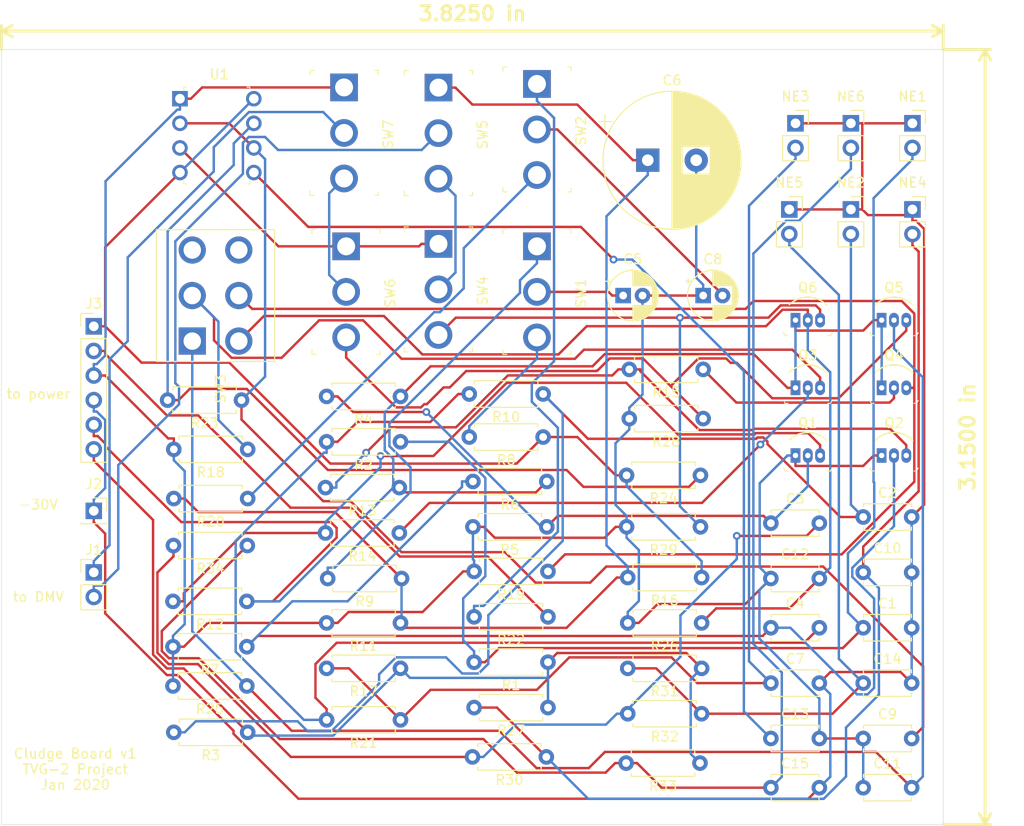
<source format=kicad_pcb>
(kicad_pcb (version 20171130) (host pcbnew "(5.0.0)")
  (title_block (title TVG2) (date 2019-07-08) (rev v01))
  (layers (0 F.Cu signal) (31 B.Cu signal) (34 B.Paste user) (35 F.Paste user) (36 B.SilkS user) (37 F.SilkS user) (38 B.Mask user) (39 F.Mask user) (44 Edge.Cuts user))
  (net 0 "")
  (net 1 "Net-(C1-Pad1)")
  (net 2 /-30V)
  (net 3 "Net-(C2-Pad1)")
  (net 4 "Net-(C3-Pad2)")
  (net 5 "Net-(C3-Pad1)")
  (net 6 "Net-(C4-Pad1)")
  (net 7 "Net-(C4-Pad2)")
  (net 8 "Net-(C5-Pad1)")
  (net 9 GND)
  (net 10 "Net-(C6-Pad1)")
  (net 11 "Net-(C7-Pad1)")
  (net 12 "Net-(C8-Pad2)")
  (net 13 "Net-(C9-Pad2)")
  (net 14 "Net-(C10-Pad1)")
  (net 15 "Net-(C11-Pad2)")
  (net 16 "Net-(C12-Pad2)")
  (net 17 "Net-(C13-Pad1)")
  (net 18 "Net-(C14-Pad1)")
  (net 19 "Net-(C15-Pad1)")
  (net 20 /+20V)
  (net 21 /+70V)
  (net 22 "Net-(Q3-Pad3)")
  (net 23 "Net-(Q3-Pad2)")
  (net 24 "Net-(Q4-Pad3)")
  (net 25 "Net-(Q4-Pad2)")
  (net 26 /Cludge_Horiz)
  (net 27 /Cludge_Vert)
  (net 28 "Net-(R8-Pad2)")
  (net 29 "Net-(R9-Pad2)")
  (net 30 "Net-(R20-Pad1)")
  (net 31 "Net-(R22-Pad2)")
  (net 32 "Net-(R23-Pad2)")
  (net 33 /S3_Horiz_1)
  (net 34 /S3_Vert_1)
  (net 35 "Net-(SW3-Pad3)")
  (net 36 "Net-(SW3-Pad6)")
  (net 37 "Net-(SW4-Pad2)")
  (net 38 "Net-(SW4-Pad1)")
  (net 39 "Net-(SW6-Pad2)")
  (net 40 /+9V)
  (net 41 /-9V)
  (net 42 "Net-(Q1-Pad3)")
  (net 43 "Net-(Q2-Pad3)")
  (module Capacitor_THT:C_Disc_D4.7mm_W2.5mm_P5.00mm (layer F.Cu) (at 146.05 92.075)
    (fp_text reference C1 (at 2.5 -2.5) (layer F.SilkS))
    (fp_text value "2 uF")
    (pad 1 thru_hole circle (at 0 0) (size 1.6 1.6) (drill 0.8) (layers *.Cu *.Mask) (net 1 "Net-(C1-Pad1)"))
    (pad 2 thru_hole circle (at 5 0) (size 1.6 1.6) (drill 0.8) (layers *.Cu *.Mask) (net 2 /-30V))
  )
  (module Capacitor_THT:C_Disc_D4.7mm_W2.5mm_P5.00mm (layer F.Cu) (at 146.05 80.645)
    (fp_text reference C2 (at 2.5 -2.5) (layer F.SilkS))
    (fp_text value "2 uF")
    (pad 2 thru_hole circle (at 5 0) (size 1.6 1.6) (drill 0.8) (layers *.Cu *.Mask) (net 2 /-30V))
    (pad 1 thru_hole circle (at 0 0) (size 1.6 1.6) (drill 0.8) (layers *.Cu *.Mask) (net 3 "Net-(C2-Pad1)"))
  )
  (module Capacitor_THT:C_Disc_D4.7mm_W2.5mm_P5.00mm (layer F.Cu) (at 136.525 81.28)
    (fp_text reference C3 (at 2.5 -2.5) (layer F.SilkS))
    (fp_text value "0.1 uF")
    (pad 2 thru_hole circle (at 5 0) (size 1.6 1.6) (drill 0.8) (layers *.Cu *.Mask) (net 4 "Net-(C3-Pad2)"))
    (pad 1 thru_hole circle (at 0 0) (size 1.6 1.6) (drill 0.8) (layers *.Cu *.Mask) (net 5 "Net-(C3-Pad1)"))
  )
  (module Capacitor_THT:C_Disc_D4.7mm_W2.5mm_P5.00mm (layer F.Cu) (at 136.525 92.075)
    (fp_text reference C4 (at 2.5 -2.5) (layer F.SilkS))
    (fp_text value "0.1 uF")
    (pad 1 thru_hole circle (at 0 0) (size 1.6 1.6) (drill 0.8) (layers *.Cu *.Mask) (net 6 "Net-(C4-Pad1)"))
    (pad 2 thru_hole circle (at 5 0) (size 1.6 1.6) (drill 0.8) (layers *.Cu *.Mask) (net 7 "Net-(C4-Pad2)"))
  )
  (module Capacitor_THT:CP_Radial_D5.0mm_P2.00mm (layer F.Cu) (at 121.285 57.785)
    (fp_text reference C5 (at 1 -3.75) (layer F.SilkS))
    (fp_text value "10 uF")
    (pad 1 thru_hole rect (at 0 0) (size 1.6 1.6) (drill 0.8) (layers *.Cu *.Mask) (net 8 "Net-(C5-Pad1)"))
    (pad 2 thru_hole circle (at 2 0) (size 1.6 1.6) (drill 0.8) (layers *.Cu *.Mask) (net 9 GND))
  )
  (module Capacitor_THT:CP_Radial_D14.0mm_P5.00mm (layer F.Cu) (at 123.825 43.815)
    (fp_text reference C6 (at 2.5 -8.25) (layer F.SilkS))
    (fp_text value "200 uF")
    (pad 1 thru_hole rect (at 0 0) (size 2.4 2.4) (drill 1.2) (layers *.Cu *.Mask) (net 10 "Net-(C6-Pad1)"))
    (pad 2 thru_hole circle (at 5 0) (size 2.4 2.4) (drill 1.2) (layers *.Cu *.Mask) (net 9 GND))
  )
  (module Capacitor_THT:C_Disc_D4.7mm_W2.5mm_P5.00mm (layer F.Cu) (at 136.525 97.79)
    (fp_text reference C7 (at 2.5 -2.5) (layer F.SilkS))
    (fp_text value "2 uF")
    (pad 1 thru_hole circle (at 0 0) (size 1.6 1.6) (drill 0.8) (layers *.Cu *.Mask) (net 11 "Net-(C7-Pad1)"))
    (pad 2 thru_hole circle (at 5 0) (size 1.6 1.6) (drill 0.8) (layers *.Cu *.Mask) (net 2 /-30V))
  )
  (module Capacitor_THT:CP_Radial_D5.0mm_P2.00mm (layer F.Cu) (at 129.54 57.785)
    (fp_text reference C8 (at 1 -3.75) (layer F.SilkS))
    (fp_text value "10 uF")
    (pad 2 thru_hole circle (at 2 0) (size 1.6 1.6) (drill 0.8) (layers *.Cu *.Mask) (net 12 "Net-(C8-Pad2)"))
    (pad 1 thru_hole rect (at 0 0) (size 1.6 1.6) (drill 0.8) (layers *.Cu *.Mask) (net 9 GND))
  )
  (module Capacitor_THT:C_Disc_D4.7mm_W2.5mm_P5.00mm (layer F.Cu) (at 146.05 103.505)
    (fp_text reference C9 (at 2.5 -2.5) (layer F.SilkS))
    (fp_text value "0.1 uF")
    (pad 2 thru_hole circle (at 5 0) (size 1.6 1.6) (drill 0.8) (layers *.Cu *.Mask) (net 13 "Net-(C9-Pad2)"))
    (pad 1 thru_hole circle (at 0 0) (size 1.6 1.6) (drill 0.8) (layers *.Cu *.Mask) (net 9 GND))
  )
  (module Capacitor_THT:C_Disc_D4.7mm_W2.5mm_P5.00mm (layer F.Cu) (at 146.05 86.36)
    (fp_text reference C10 (at 2.5 -2.5) (layer F.SilkS))
    (fp_text value "2 uF")
    (pad 1 thru_hole circle (at 0 0) (size 1.6 1.6) (drill 0.8) (layers *.Cu *.Mask) (net 14 "Net-(C10-Pad1)"))
    (pad 2 thru_hole circle (at 5 0) (size 1.6 1.6) (drill 0.8) (layers *.Cu *.Mask) (net 2 /-30V))
  )
  (module Capacitor_THT:C_Disc_D4.7mm_W2.5mm_P5.00mm (layer F.Cu) (at 146.05 108.585)
    (fp_text reference C11 (at 2.5 -2.5) (layer F.SilkS))
    (fp_text value "1 uF")
    (pad 1 thru_hole circle (at 0 0) (size 1.6 1.6) (drill 0.8) (layers *.Cu *.Mask) (net 9 GND))
    (pad 2 thru_hole circle (at 5 0) (size 1.6 1.6) (drill 0.8) (layers *.Cu *.Mask) (net 15 "Net-(C11-Pad2)"))
  )
  (module Capacitor_THT:C_Disc_D4.7mm_W2.5mm_P5.00mm (layer F.Cu) (at 136.525 86.995)
    (fp_text reference C12 (at 2.5 -2.5) (layer F.SilkS))
    (fp_text value "1 uF")
    (pad 2 thru_hole circle (at 5 0) (size 1.6 1.6) (drill 0.8) (layers *.Cu *.Mask) (net 16 "Net-(C12-Pad2)"))
    (pad 1 thru_hole circle (at 0 0) (size 1.6 1.6) (drill 0.8) (layers *.Cu *.Mask) (net 9 GND))
  )
  (module Capacitor_THT:C_Disc_D4.7mm_W2.5mm_P5.00mm (layer F.Cu) (at 136.525 103.505)
    (fp_text reference C13 (at 2.5 -2.5) (layer F.SilkS))
    (fp_text value "0.01 uF")
    (pad 1 thru_hole circle (at 0 0) (size 1.6 1.6) (drill 0.8) (layers *.Cu *.Mask) (net 17 "Net-(C13-Pad1)"))
    (pad 2 thru_hole circle (at 5 0) (size 1.6 1.6) (drill 0.8) (layers *.Cu *.Mask) (net 9 GND))
  )
  (module Capacitor_THT:C_Disc_D4.7mm_W2.5mm_P5.00mm (layer F.Cu) (at 146.05 97.79)
    (fp_text reference C14 (at 2.5 -2.5) (layer F.SilkS))
    (fp_text value "2 uF")
    (pad 2 thru_hole circle (at 5 0) (size 1.6 1.6) (drill 0.8) (layers *.Cu *.Mask) (net 2 /-30V))
    (pad 1 thru_hole circle (at 0 0) (size 1.6 1.6) (drill 0.8) (layers *.Cu *.Mask) (net 18 "Net-(C14-Pad1)"))
  )
  (module Capacitor_THT:C_Disc_D4.7mm_W2.5mm_P5.00mm (layer F.Cu) (at 136.525 108.585)
    (fp_text reference C15 (at 2.5 -2.5) (layer F.SilkS))
    (fp_text value "2 uF")
    (pad 2 thru_hole circle (at 5 0) (size 1.6 1.6) (drill 0.8) (layers *.Cu *.Mask) (net 2 /-30V))
    (pad 1 thru_hole circle (at 0 0) (size 1.6 1.6) (drill 0.8) (layers *.Cu *.Mask) (net 19 "Net-(C15-Pad1)"))
  )
  (module Connector_PinHeader_2.54mm:PinHeader_1x02_P2.54mm_Vertical (layer F.Cu) (at 66.675 86.36)
    (fp_text reference J1 (at 0 -2.33) (layer F.SilkS))
    (fp_text value to_DMV)
    (pad 1 thru_hole rect (at 0 0) (size 1.7 1.7) (drill 1) (layers *.Cu *.Mask) (net 33 /S3_Horiz_1))
    (pad 2 thru_hole oval (at 0 2.54) (size 1.7 1.7) (drill 1) (layers *.Cu *.Mask) (net 34 /S3_Vert_1))
  )
  (module Connector_PinSocket_2.54mm:PinSocket_1x01_P2.54mm_Vertical (layer F.Cu) (at 66.675 80.01)
    (fp_text reference J2 (at 0 -2.77) (layer F.SilkS))
    (fp_text value Conn_01x01_Female)
    (pad 1 thru_hole rect (at 0 0) (size 1.7 1.7) (drill 1) (layers *.Cu *.Mask) (net 2 /-30V))
  )
  (module Connector_PinHeader_2.54mm:PinHeader_1x06_P2.54mm_Vertical (layer F.Cu) (at 66.675 60.96)
    (fp_text reference J3 (at 0 -2.33) (layer F.SilkS))
    (fp_text value from_power)
    (pad 1 thru_hole rect (at 0 0) (size 1.7 1.7) (drill 1) (layers *.Cu *.Mask) (net 40 /+9V))
    (pad 2 thru_hole oval (at 0 2.54) (size 1.7 1.7) (drill 1) (layers *.Cu *.Mask) (net 41 /-9V))
    (pad 3 thru_hole oval (at 0 5.08) (size 1.7 1.7) (drill 1) (layers *.Cu *.Mask) (net 9 GND))
    (pad 4 thru_hole oval (at 0 7.62) (size 1.7 1.7) (drill 1) (layers *.Cu *.Mask) (net 2 /-30V))
    (pad 5 thru_hole oval (at 0 10.16) (size 1.7 1.7) (drill 1) (layers *.Cu *.Mask) (net 20 /+20V))
    (pad 6 thru_hole oval (at 0 12.7) (size 1.7 1.7) (drill 1) (layers *.Cu *.Mask) (net 21 /+70V))
  )
  (module Connector_PinSocket_2.54mm:PinSocket_1x02_P2.54mm_Vertical (layer F.Cu) (at 151.13 40.005)
    (fp_text reference NE1 (at 0 -2.77) (layer F.SilkS))
    (fp_text value Lamp_Neon)
    (pad 1 thru_hole rect (at 0 0) (size 1.7 1.7) (drill 1) (layers *.Cu *.Mask) (net 2 /-30V))
    (pad 2 thru_hole oval (at 0 2.54) (size 1.7 1.7) (drill 1) (layers *.Cu *.Mask) (net 1 "Net-(C1-Pad1)"))
  )
  (module Connector_PinSocket_2.54mm:PinSocket_1x02_P2.54mm_Vertical (layer F.Cu) (at 144.78 48.895)
    (fp_text reference NE2 (at 0 -2.77) (layer F.SilkS))
    (fp_text value Lamp_Neon)
    (pad 2 thru_hole oval (at 0 2.54) (size 1.7 1.7) (drill 1) (layers *.Cu *.Mask) (net 3 "Net-(C2-Pad1)"))
    (pad 1 thru_hole rect (at 0 0) (size 1.7 1.7) (drill 1) (layers *.Cu *.Mask) (net 2 /-30V))
  )
  (module Connector_PinSocket_2.54mm:PinSocket_1x02_P2.54mm_Vertical (layer F.Cu) (at 139.065 40.005)
    (fp_text reference NE3 (at 0 -2.77) (layer F.SilkS))
    (fp_text value Lamp_Neon)
    (pad 1 thru_hole rect (at 0 0) (size 1.7 1.7) (drill 1) (layers *.Cu *.Mask) (net 2 /-30V))
    (pad 2 thru_hole oval (at 0 2.54) (size 1.7 1.7) (drill 1) (layers *.Cu *.Mask) (net 11 "Net-(C7-Pad1)"))
  )
  (module Connector_PinSocket_2.54mm:PinSocket_1x02_P2.54mm_Vertical (layer F.Cu) (at 151.13 48.895)
    (fp_text reference NE4 (at 0 -2.77) (layer F.SilkS))
    (fp_text value Lamp_Neon)
    (pad 2 thru_hole oval (at 0 2.54) (size 1.7 1.7) (drill 1) (layers *.Cu *.Mask) (net 14 "Net-(C10-Pad1)"))
    (pad 1 thru_hole rect (at 0 0) (size 1.7 1.7) (drill 1) (layers *.Cu *.Mask) (net 2 /-30V))
  )
  (module Connector_PinSocket_2.54mm:PinSocket_1x02_P2.54mm_Vertical (layer F.Cu) (at 138.43 48.895)
    (fp_text reference NE5 (at 0 -2.77) (layer F.SilkS))
    (fp_text value Lamp_Neon)
    (pad 1 thru_hole rect (at 0 0) (size 1.7 1.7) (drill 1) (layers *.Cu *.Mask) (net 2 /-30V))
    (pad 2 thru_hole oval (at 0 2.54) (size 1.7 1.7) (drill 1) (layers *.Cu *.Mask) (net 18 "Net-(C14-Pad1)"))
  )
  (module Connector_PinSocket_2.54mm:PinSocket_1x02_P2.54mm_Vertical (layer F.Cu) (at 144.78 40.005)
    (fp_text reference NE6 (at 0 -2.77) (layer F.SilkS))
    (fp_text value Lamp_Neon)
    (pad 2 thru_hole oval (at 0 2.54) (size 1.7 1.7) (drill 1) (layers *.Cu *.Mask) (net 19 "Net-(C15-Pad1)"))
    (pad 1 thru_hole rect (at 0 0) (size 1.7 1.7) (drill 1) (layers *.Cu *.Mask) (net 2 /-30V))
  )
  (module digikey-footprints:TO-92-3 (layer F.Cu) (at 139.065 74.295)
    (fp_text reference Q1 (at 1.27 -3.35) (layer F.SilkS))
    (fp_text value 2N718)
    (pad 1 thru_hole rect (at 0 0 180) (size 1 1.5) (drill 0.55) (layers *.Cu *.Mask) (net 9 GND))
    (pad 3 thru_hole oval (at 2.54 0 180) (size 1 1.5) (drill 0.55) (layers *.Cu *.Mask) (net 42 "Net-(Q1-Pad3)"))
    (pad 2 thru_hole oval (at 1.27 0 180) (size 1 1.5) (drill 0.55) (layers *.Cu *.Mask) (net 5 "Net-(C3-Pad1)"))
  )
  (module digikey-footprints:TO-92-3 (layer F.Cu) (at 147.955 74.295)
    (fp_text reference Q2 (at 1.27 -3.35) (layer F.SilkS))
    (fp_text value 2N718)
    (pad 2 thru_hole oval (at 1.27 0 180) (size 1 1.5) (drill 0.55) (layers *.Cu *.Mask) (net 6 "Net-(C4-Pad1)"))
    (pad 3 thru_hole oval (at 2.54 0 180) (size 1 1.5) (drill 0.55) (layers *.Cu *.Mask) (net 43 "Net-(Q2-Pad3)"))
    (pad 1 thru_hole rect (at 0 0 180) (size 1 1.5) (drill 0.55) (layers *.Cu *.Mask) (net 9 GND))
  )
  (module digikey-footprints:TO-92-3 (layer F.Cu) (at 139.065 67.31)
    (fp_text reference Q3 (at 1.27 -3.35) (layer F.SilkS))
    (fp_text value 2N2907)
    (pad 1 thru_hole rect (at 0 0 180) (size 1 1.5) (drill 0.55) (layers *.Cu *.Mask) (net 20 /+20V))
    (pad 3 thru_hole oval (at 2.54 0 180) (size 1 1.5) (drill 0.55) (layers *.Cu *.Mask) (net 22 "Net-(Q3-Pad3)"))
    (pad 2 thru_hole oval (at 1.27 0 180) (size 1 1.5) (drill 0.55) (layers *.Cu *.Mask) (net 23 "Net-(Q3-Pad2)"))
  )
  (module digikey-footprints:TO-92-3 (layer F.Cu) (at 147.955 67.31)
    (fp_text reference Q4 (at 1.27 -3.35) (layer F.SilkS))
    (fp_text value 2N2907)
    (pad 2 thru_hole oval (at 1.27 0 180) (size 1 1.5) (drill 0.55) (layers *.Cu *.Mask) (net 25 "Net-(Q4-Pad2)"))
    (pad 3 thru_hole oval (at 2.54 0 180) (size 1 1.5) (drill 0.55) (layers *.Cu *.Mask) (net 24 "Net-(Q4-Pad3)"))
    (pad 1 thru_hole rect (at 0 0 180) (size 1 1.5) (drill 0.55) (layers *.Cu *.Mask) (net 20 /+20V))
  )
  (module digikey-footprints:TO-92-3 (layer F.Cu) (at 147.955 60.325)
    (fp_text reference Q5 (at 1.27 -3.35) (layer F.SilkS))
    (fp_text value 2N4302)
    (pad 1 thru_hole rect (at 0 0 180) (size 1 1.5) (drill 0.55) (layers *.Cu *.Mask) (net 20 /+20V))
    (pad 3 thru_hole oval (at 2.54 0 180) (size 1 1.5) (drill 0.55) (layers *.Cu *.Mask) (net 26 /Cludge_Horiz))
    (pad 2 thru_hole oval (at 1.27 0 180) (size 1 1.5) (drill 0.55) (layers *.Cu *.Mask) (net 15 "Net-(C11-Pad2)"))
  )
  (module digikey-footprints:TO-92-3 (layer F.Cu) (at 139.065 60.325)
    (fp_text reference Q6 (at 1.27 -3.35) (layer F.SilkS))
    (fp_text value 2N4302)
    (pad 2 thru_hole oval (at 1.27 0 180) (size 1 1.5) (drill 0.55) (layers *.Cu *.Mask) (net 16 "Net-(C12-Pad2)"))
    (pad 3 thru_hole oval (at 2.54 0 180) (size 1 1.5) (drill 0.55) (layers *.Cu *.Mask) (net 27 /Cludge_Vert))
    (pad 1 thru_hole rect (at 0 0 180) (size 1 1.5) (drill 0.55) (layers *.Cu *.Mask) (net 20 /+20V))
  )
  (module Resistor_THT:R_Axial_DIN0207_L6.3mm_D2.5mm_P7.62mm_Horizontal (layer F.Cu) (at 113.53 95.63 180)
    (fp_text reference R1 (at 3.81 -2.37) (layer F.SilkS))
    (fp_text value 1.5M)
    (pad 2 thru_hole oval (at 7.62 0 180) (size 1.6 1.6) (drill 0.8) (layers *.Cu *.Mask) (net 1 "Net-(C1-Pad1)"))
    (pad 1 thru_hole circle (at 0 0 180) (size 1.6 1.6) (drill 0.8) (layers *.Cu *.Mask) (net 21 /+70V))
  )
  (module Resistor_THT:R_Axial_DIN0207_L6.3mm_D2.5mm_P7.62mm_Horizontal (layer F.Cu) (at 98.315 72.88 180)
    (fp_text reference R2 (at 3.81 -2.37) (layer F.SilkS))
    (fp_text value 10M)
    (pad 1 thru_hole circle (at 0 0 180) (size 1.6 1.6) (drill 0.8) (layers *.Cu *.Mask) (net 1 "Net-(C1-Pad1)"))
    (pad 2 thru_hole oval (at 7.62 0 180) (size 1.6 1.6) (drill 0.8) (layers *.Cu *.Mask) (net 7 "Net-(C4-Pad2)"))
  )
  (module Resistor_THT:R_Axial_DIN0207_L6.3mm_D2.5mm_P7.62mm_Horizontal (layer F.Cu) (at 82.55 102.87 180)
    (fp_text reference R3 (at 3.81 -2.37) (layer F.SilkS))
    (fp_text value 1.5M)
    (pad 1 thru_hole circle (at 0 0 180) (size 1.6 1.6) (drill 0.8) (layers *.Cu *.Mask) (net 21 /+70V))
    (pad 2 thru_hole oval (at 7.62 0 180) (size 1.6 1.6) (drill 0.8) (layers *.Cu *.Mask) (net 3 "Net-(C2-Pad1)"))
  )
  (module Resistor_THT:R_Axial_DIN0207_L6.3mm_D2.5mm_P7.62mm_Horizontal (layer F.Cu) (at 98.315 68.195 180)
    (fp_text reference R4 (at 3.81 -2.37) (layer F.SilkS))
    (fp_text value 10M)
    (pad 2 thru_hole oval (at 7.62 0 180) (size 1.6 1.6) (drill 0.8) (layers *.Cu *.Mask) (net 5 "Net-(C3-Pad1)"))
    (pad 1 thru_hole circle (at 0 0 180) (size 1.6 1.6) (drill 0.8) (layers *.Cu *.Mask) (net 20 /+20V))
  )
  (module Resistor_THT:R_Axial_DIN0207_L6.3mm_D2.5mm_P7.62mm_Horizontal (layer F.Cu) (at 113.41 81.66 180)
    (fp_text reference R5 (at 3.81 -2.37) (layer F.SilkS))
    (fp_text value 240K)
    (pad 2 thru_hole oval (at 7.62 0 180) (size 1.6 1.6) (drill 0.8) (layers *.Cu *.Mask) (net 9 GND))
    (pad 1 thru_hole circle (at 0 0 180) (size 1.6 1.6) (drill 0.8) (layers *.Cu *.Mask) (net 5 "Net-(C3-Pad1)"))
  )
  (module Resistor_THT:R_Axial_DIN0207_L6.3mm_D2.5mm_P7.62mm_Horizontal (layer F.Cu) (at 113.41 76.975 180)
    (fp_text reference R6 (at 3.81 -2.37) (layer F.SilkS))
    (fp_text value 10M)
    (pad 2 thru_hole oval (at 7.62 0 180) (size 1.6 1.6) (drill 0.8) (layers *.Cu *.Mask) (net 6 "Net-(C4-Pad1)"))
    (pad 1 thru_hole circle (at 0 0 180) (size 1.6 1.6) (drill 0.8) (layers *.Cu *.Mask) (net 20 /+20V))
  )
  (module Resistor_THT:R_Axial_DIN0207_L6.3mm_D2.5mm_P7.62mm_Horizontal (layer F.Cu) (at 82.465 94.035 180)
    (fp_text reference R7 (at 3.81 -2.37) (layer F.SilkS))
    (fp_text value 240K)
    (pad 1 thru_hole circle (at 0 0 180) (size 1.6 1.6) (drill 0.8) (layers *.Cu *.Mask) (net 6 "Net-(C4-Pad1)"))
    (pad 2 thru_hole oval (at 7.62 0 180) (size 1.6 1.6) (drill 0.8) (layers *.Cu *.Mask) (net 9 GND))
  )
  (module Resistor_THT:R_Axial_DIN0207_L6.3mm_D2.5mm_P7.62mm_Horizontal (layer F.Cu) (at 113.03 72.39 180)
    (fp_text reference R8 (at 3.81 -2.37) (layer F.SilkS))
    (fp_text value 1K)
    (pad 1 thru_hole circle (at 0 0 180) (size 1.6 1.6) (drill 0.8) (layers *.Cu *.Mask) (net 40 /+9V))
    (pad 2 thru_hole oval (at 7.62 0 180) (size 1.6 1.6) (drill 0.8) (layers *.Cu *.Mask) (net 28 "Net-(R8-Pad2)"))
  )
  (module Resistor_THT:R_Axial_DIN0207_L6.3mm_D2.5mm_P7.62mm_Horizontal (layer F.Cu) (at 98.425 86.995 180)
    (fp_text reference R9 (at 3.81 -2.37) (layer F.SilkS))
    (fp_text value 1K)
    (pad 2 thru_hole oval (at 7.62 0 180) (size 1.6 1.6) (drill 0.8) (layers *.Cu *.Mask) (net 29 "Net-(R9-Pad2)"))
    (pad 1 thru_hole circle (at 0 0 180) (size 1.6 1.6) (drill 0.8) (layers *.Cu *.Mask) (net 10 "Net-(C6-Pad1)"))
  )
  (module Resistor_THT:R_Axial_DIN0207_L6.3mm_D2.5mm_P7.62mm_Horizontal (layer F.Cu) (at 113.03 67.945 180)
    (fp_text reference R10 (at 3.81 -2.37) (layer F.SilkS))
    (fp_text value 10M)
    (pad 2 thru_hole oval (at 7.62 0 180) (size 1.6 1.6) (drill 0.8) (layers *.Cu *.Mask) (net 7 "Net-(C4-Pad2)"))
    (pad 1 thru_hole circle (at 0 0 180) (size 1.6 1.6) (drill 0.8) (layers *.Cu *.Mask) (net 3 "Net-(C2-Pad1)"))
  )
  (module Resistor_THT:R_Axial_DIN0207_L6.3mm_D2.5mm_P7.62mm_Horizontal (layer F.Cu) (at 98.315 91.58 180)
    (fp_text reference R11 (at 3.81 -2.37) (layer F.SilkS))
    (fp_text value 20K)
    (pad 1 thru_hole circle (at 0 0 180) (size 1.6 1.6) (drill 0.8) (layers *.Cu *.Mask) (net 10 "Net-(C6-Pad1)"))
    (pad 2 thru_hole oval (at 7.62 0 180) (size 1.6 1.6) (drill 0.8) (layers *.Cu *.Mask) (net 9 GND))
  )
  (module Resistor_THT:R_Axial_DIN0207_L6.3mm_D2.5mm_P7.62mm_Horizontal (layer F.Cu) (at 82.465 89.35 180)
    (fp_text reference R12 (at 3.81 -2.37) (layer F.SilkS))
    (fp_text value 100K)
    (pad 1 thru_hole circle (at 0 0 180) (size 1.6 1.6) (drill 0.8) (layers *.Cu *.Mask) (net 20 /+20V))
    (pad 2 thru_hole oval (at 7.62 0 180) (size 1.6 1.6) (drill 0.8) (layers *.Cu *.Mask) (net 42 "Net-(Q1-Pad3)"))
  )
  (module Resistor_THT:R_Axial_DIN0207_L6.3mm_D2.5mm_P7.62mm_Horizontal (layer F.Cu) (at 98.195 77.61 180)
    (fp_text reference R13 (at 3.81 -2.37) (layer F.SilkS))
    (fp_text value 100K)
    (pad 2 thru_hole oval (at 7.62 0 180) (size 1.6 1.6) (drill 0.8) (layers *.Cu *.Mask) (net 43 "Net-(Q2-Pad3)"))
    (pad 1 thru_hole circle (at 0 0 180) (size 1.6 1.6) (drill 0.8) (layers *.Cu *.Mask) (net 20 /+20V))
  )
  (module Resistor_THT:R_Axial_DIN0207_L6.3mm_D2.5mm_P7.62mm_Horizontal (layer F.Cu) (at 98.195 82.295 180)
    (fp_text reference R14 (at 3.81 -2.37) (layer F.SilkS))
    (fp_text value 51K)
    (pad 2 thru_hole oval (at 7.62 0 180) (size 1.6 1.6) (drill 0.8) (layers *.Cu *.Mask) (net 42 "Net-(Q1-Pad3)"))
    (pad 1 thru_hole circle (at 0 0 180) (size 1.6 1.6) (drill 0.8) (layers *.Cu *.Mask) (net 23 "Net-(Q3-Pad2)"))
  )
  (module Resistor_THT:R_Axial_DIN0207_L6.3mm_D2.5mm_P7.62mm_Horizontal (layer F.Cu) (at 129.54 65.405 180)
    (fp_text reference R15 (at 3.81 -2.37) (layer F.SilkS))
    (fp_text value 47K)
    (pad 1 thru_hole circle (at 0 0 180) (size 1.6 1.6) (drill 0.8) (layers *.Cu *.Mask) (net 25 "Net-(Q4-Pad2)"))
    (pad 2 thru_hole oval (at 7.62 0 180) (size 1.6 1.6) (drill 0.8) (layers *.Cu *.Mask) (net 43 "Net-(Q2-Pad3)"))
  )
  (module Resistor_THT:R_Axial_DIN0207_L6.3mm_D2.5mm_P7.62mm_Horizontal (layer F.Cu) (at 129.38 86.895 180)
    (fp_text reference R16 (at 3.81 -2.37) (layer F.SilkS))
    (fp_text value 62K)
    (pad 1 thru_hole circle (at 0 0 180) (size 1.6 1.6) (drill 0.8) (layers *.Cu *.Mask) (net 40 /+9V))
    (pad 2 thru_hole oval (at 7.62 0 180) (size 1.6 1.6) (drill 0.8) (layers *.Cu *.Mask) (net 10 "Net-(C6-Pad1)"))
  )
  (module Resistor_THT:R_Axial_DIN0207_L6.3mm_D2.5mm_P7.62mm_Horizontal (layer F.Cu) (at 98.315 96.265 180)
    (fp_text reference R17 (at 3.81 -2.37) (layer F.SilkS))
    (fp_text value 1.5M)
    (pad 2 thru_hole oval (at 7.62 0 180) (size 1.6 1.6) (drill 0.8) (layers *.Cu *.Mask) (net 11 "Net-(C7-Pad1)"))
    (pad 1 thru_hole circle (at 0 0 180) (size 1.6 1.6) (drill 0.8) (layers *.Cu *.Mask) (net 21 /+70V))
  )
  (module Resistor_THT:R_Axial_DIN0207_L6.3mm_D2.5mm_P7.62mm_Horizontal (layer F.Cu) (at 82.55 73.66 180)
    (fp_text reference R18 (at 3.81 -2.37) (layer F.SilkS))
    (fp_text value 10K)
    (pad 2 thru_hole oval (at 7.62 0 180) (size 1.6 1.6) (drill 0.8) (layers *.Cu *.Mask) (net 9 GND))
    (pad 1 thru_hole circle (at 0 0 180) (size 1.6 1.6) (drill 0.8) (layers *.Cu *.Mask) (net 22 "Net-(Q3-Pad3)"))
  )
  (module Resistor_THT:R_Axial_DIN0207_L6.3mm_D2.5mm_P7.62mm_Horizontal (layer F.Cu) (at 113.53 86.26 180)
    (fp_text reference R19 (at 3.81 -2.37) (layer F.SilkS))
    (fp_text value 10K)
    (pad 1 thru_hole circle (at 0 0 180) (size 1.6 1.6) (drill 0.8) (layers *.Cu *.Mask) (net 24 "Net-(Q4-Pad3)"))
    (pad 2 thru_hole oval (at 7.62 0 180) (size 1.6 1.6) (drill 0.8) (layers *.Cu *.Mask) (net 9 GND))
  )
  (module Resistor_THT:R_Axial_DIN0207_L6.3mm_D2.5mm_P7.62mm_Horizontal (layer F.Cu) (at 82.55 78.74 180)
    (fp_text reference R20 (at 3.81 -2.37) (layer F.SilkS))
    (fp_text value 1K)
    (pad 2 thru_hole oval (at 7.62 0 180) (size 1.6 1.6) (drill 0.8) (layers *.Cu *.Mask) (net 10 "Net-(C6-Pad1)"))
    (pad 1 thru_hole circle (at 0 0 180) (size 1.6 1.6) (drill 0.8) (layers *.Cu *.Mask) (net 30 "Net-(R20-Pad1)"))
  )
  (module Resistor_THT:R_Axial_DIN0207_L6.3mm_D2.5mm_P7.62mm_Horizontal (layer F.Cu) (at 98.315 101.585 180)
    (fp_text reference R21 (at 3.81 -2.37) (layer F.SilkS))
    (fp_text value 10M)
    (pad 1 thru_hole circle (at 0 0 180) (size 1.6 1.6) (drill 0.8) (layers *.Cu *.Mask) (net 11 "Net-(C7-Pad1)"))
    (pad 2 thru_hole oval (at 7.62 0 180) (size 1.6 1.6) (drill 0.8) (layers *.Cu *.Mask) (net 7 "Net-(C4-Pad2)"))
  )
  (module Resistor_THT:R_Axial_DIN0207_L6.3mm_D2.5mm_P7.62mm_Horizontal (layer F.Cu) (at 113.53 90.945 180)
    (fp_text reference R22 (at 3.81 -2.37) (layer F.SilkS))
    (fp_text value 1K)
    (pad 1 thru_hole circle (at 0 0 180) (size 1.6 1.6) (drill 0.8) (layers *.Cu *.Mask) (net 41 /-9V))
    (pad 2 thru_hole oval (at 7.62 0 180) (size 1.6 1.6) (drill 0.8) (layers *.Cu *.Mask) (net 31 "Net-(R22-Pad2)"))
  )
  (module Resistor_THT:R_Axial_DIN0207_L6.3mm_D2.5mm_P7.62mm_Horizontal (layer F.Cu) (at 81.915 68.58 180)
    (fp_text reference R23 (at 3.81 -2.37) (layer F.SilkS))
    (fp_text value 150K)
    (pad 2 thru_hole oval (at 7.62 0 180) (size 1.6 1.6) (drill 0.8) (layers *.Cu *.Mask) (net 32 "Net-(R23-Pad2)"))
    (pad 1 thru_hole circle (at 0 0 180) (size 1.6 1.6) (drill 0.8) (layers *.Cu *.Mask) (net 13 "Net-(C9-Pad2)"))
  )
  (module Resistor_THT:R_Axial_DIN0207_L6.3mm_D2.5mm_P7.62mm_Horizontal (layer F.Cu) (at 129.26 76.34 180)
    (fp_text reference R24 (at 3.81 -2.37) (layer F.SilkS))
    (fp_text value 51K)
    (pad 2 thru_hole oval (at 7.62 0 180) (size 1.6 1.6) (drill 0.8) (layers *.Cu *.Mask) (net 40 /+9V))
    (pad 1 thru_hole circle (at 0 0 180) (size 1.6 1.6) (drill 0.8) (layers *.Cu *.Mask) (net 32 "Net-(R23-Pad2)"))
  )
  (module Resistor_THT:R_Axial_DIN0207_L6.3mm_D2.5mm_P7.62mm_Horizontal (layer F.Cu) (at 82.465 98.085 180)
    (fp_text reference R25 (at 3.81 -2.37) (layer F.SilkS))
    (fp_text value 10M)
    (pad 2 thru_hole oval (at 7.62 0 180) (size 1.6 1.6) (drill 0.8) (layers *.Cu *.Mask) (net 9 GND))
    (pad 1 thru_hole circle (at 0 0 180) (size 1.6 1.6) (drill 0.8) (layers *.Cu *.Mask) (net 15 "Net-(C11-Pad2)"))
  )
  (module Resistor_THT:R_Axial_DIN0207_L6.3mm_D2.5mm_P7.62mm_Horizontal (layer F.Cu) (at 129.38 91.58 180)
    (fp_text reference R26 (at 3.81 -2.37) (layer F.SilkS))
    (fp_text value 10M)
    (pad 1 thru_hole circle (at 0 0 180) (size 1.6 1.6) (drill 0.8) (layers *.Cu *.Mask) (net 16 "Net-(C12-Pad2)"))
    (pad 2 thru_hole oval (at 7.62 0 180) (size 1.6 1.6) (drill 0.8) (layers *.Cu *.Mask) (net 9 GND))
  )
  (module Resistor_THT:R_Axial_DIN0207_L6.3mm_D2.5mm_P7.62mm_Horizontal (layer F.Cu) (at 113.53 100.315 180)
    (fp_text reference R27 (at 3.81 -2.37) (layer F.SilkS))
    (fp_text value 1.5M)
    (pad 1 thru_hole circle (at 0 0 180) (size 1.6 1.6) (drill 0.8) (layers *.Cu *.Mask) (net 21 /+70V))
    (pad 2 thru_hole oval (at 7.62 0 180) (size 1.6 1.6) (drill 0.8) (layers *.Cu *.Mask) (net 14 "Net-(C10-Pad1)"))
  )
  (module Resistor_THT:R_Axial_DIN0207_L6.3mm_D2.5mm_P7.62mm_Horizontal (layer F.Cu) (at 129.54 70.485 180)
    (fp_text reference R28 (at 3.81 -2.37) (layer F.SilkS))
    (fp_text value 100K)
    (pad 1 thru_hole circle (at 0 0 180) (size 1.6 1.6) (drill 0.8) (layers *.Cu *.Mask) (net 26 /Cludge_Horiz))
    (pad 2 thru_hole oval (at 7.62 0 180) (size 1.6 1.6) (drill 0.8) (layers *.Cu *.Mask) (net 9 GND))
  )
  (module Resistor_THT:R_Axial_DIN0207_L6.3mm_D2.5mm_P7.62mm_Horizontal (layer F.Cu) (at 129.26 81.66 180)
    (fp_text reference R29 (at 3.81 -2.37) (layer F.SilkS))
    (fp_text value 100K)
    (pad 2 thru_hole oval (at 7.62 0 180) (size 1.6 1.6) (drill 0.8) (layers *.Cu *.Mask) (net 9 GND))
    (pad 1 thru_hole circle (at 0 0 180) (size 1.6 1.6) (drill 0.8) (layers *.Cu *.Mask) (net 27 /Cludge_Vert))
  )
  (module Resistor_THT:R_Axial_DIN0207_L6.3mm_D2.5mm_P7.62mm_Horizontal (layer F.Cu) (at 113.36 105.41 180)
    (fp_text reference R30 (at 3.81 -2.37) (layer F.SilkS))
    (fp_text value 10M)
    (pad 1 thru_hole circle (at 0 0 180) (size 1.6 1.6) (drill 0.8) (layers *.Cu *.Mask) (net 14 "Net-(C10-Pad1)"))
    (pad 2 thru_hole oval (at 7.62 0 180) (size 1.6 1.6) (drill 0.8) (layers *.Cu *.Mask) (net 4 "Net-(C3-Pad2)"))
  )
  (module Resistor_THT:R_Axial_DIN0207_L6.3mm_D2.5mm_P7.62mm_Horizontal (layer F.Cu) (at 129.38 96.265 180)
    (fp_text reference R31 (at 3.81 -2.37) (layer F.SilkS))
    (fp_text value 1.5M)
    (pad 2 thru_hole oval (at 7.62 0 180) (size 1.6 1.6) (drill 0.8) (layers *.Cu *.Mask) (net 18 "Net-(C14-Pad1)"))
    (pad 1 thru_hole circle (at 0 0 180) (size 1.6 1.6) (drill 0.8) (layers *.Cu *.Mask) (net 21 /+70V))
  )
  (module Resistor_THT:R_Axial_DIN0207_L6.3mm_D2.5mm_P7.62mm_Horizontal (layer F.Cu) (at 129.38 100.95 180)
    (fp_text reference R32 (at 3.81 -2.37) (layer F.SilkS))
    (fp_text value 10M)
    (pad 1 thru_hole circle (at 0 0 180) (size 1.6 1.6) (drill 0.8) (layers *.Cu *.Mask) (net 18 "Net-(C14-Pad1)"))
    (pad 2 thru_hole oval (at 7.62 0 180) (size 1.6 1.6) (drill 0.8) (layers *.Cu *.Mask) (net 4 "Net-(C3-Pad2)"))
  )
  (module Resistor_THT:R_Axial_DIN0207_L6.3mm_D2.5mm_P7.62mm_Horizontal (layer F.Cu) (at 129.21 106.045 180)
    (fp_text reference R33 (at 3.81 -2.37) (layer F.SilkS))
    (fp_text value 1.5M)
    (pad 2 thru_hole oval (at 7.62 0 180) (size 1.6 1.6) (drill 0.8) (layers *.Cu *.Mask) (net 19 "Net-(C15-Pad1)"))
    (pad 1 thru_hole circle (at 0 0 180) (size 1.6 1.6) (drill 0.8) (layers *.Cu *.Mask) (net 21 /+70V))
  )
  (module Resistor_THT:R_Axial_DIN0207_L6.3mm_D2.5mm_P7.62mm_Horizontal (layer F.Cu) (at 82.515 83.59 180)
    (fp_text reference R34 (at 3.81 -2.37) (layer F.SilkS))
    (fp_text value 10M)
    (pad 1 thru_hole circle (at 0 0 180) (size 1.6 1.6) (drill 0.8) (layers *.Cu *.Mask) (net 19 "Net-(C15-Pad1)"))
    (pad 2 thru_hole oval (at 7.62 0 180) (size 1.6 1.6) (drill 0.8) (layers *.Cu *.Mask) (net 4 "Net-(C3-Pad2)"))
  )
  (module digikey-footprints:Toggle_Switch_100SP1T1B4M2QE (layer F.Cu) (at 112.395 52.705 270)
    (fp_text reference SW1 (at 4.84 -4.55 90) (layer F.SilkS))
    (fp_text value SW_SPDT)
    (pad 1 thru_hole rect (at 0 0 270) (size 2.85 2.85) (drill 1.85) (layers *.Cu *.Mask) (net 29 "Net-(R9-Pad2)"))
    (pad 2 thru_hole circle (at 4.7 0 270) (size 2.85 2.85) (drill 1.85) (layers *.Cu *.Mask) (net 8 "Net-(C5-Pad1)"))
    (pad 3 thru_hole circle (at 9.4 0 270) (size 2.85 2.85) (drill 1.85) (layers *.Cu *.Mask) (net 28 "Net-(R8-Pad2)"))
  )
  (module digikey-footprints:Toggle_Switch_100SP1T1B4M2QE (layer F.Cu) (at 112.395 35.94 270)
    (fp_text reference SW2 (at 4.84 -4.55 90) (layer F.SilkS))
    (fp_text value SW_SPDT)
    (pad 3 thru_hole circle (at 9.4 0 270) (size 2.85 2.85) (drill 1.85) (layers *.Cu *.Mask) (net 30 "Net-(R20-Pad1)"))
    (pad 2 thru_hole circle (at 4.7 0 270) (size 2.85 2.85) (drill 1.85) (layers *.Cu *.Mask) (net 12 "Net-(C8-Pad2)"))
    (pad 1 thru_hole rect (at 0 0 270) (size 2.85 2.85) (drill 1.85) (layers *.Cu *.Mask) (net 31 "Net-(R22-Pad2)"))
  )
  (module digikey-footprints:TVG2_Cludge_DPDT_Switch (layer F.Cu) (at 76.835 61.485 90)
    (fp_text reference SW3 (at -5.888 2.948 90) (layer F.SilkS))
    (fp_text value SW_DPDT_x2)
    (pad 1 thru_hole rect (at -1 0 90) (size 2.8 2.8) (drill 1.8) (layers *.Cu *.Mask) (net 15 "Net-(C11-Pad2)"))
    (pad 2 thru_hole circle (at 3.7 0 90) (size 2.8 2.8) (drill 1.8) (layers *.Cu *.Mask) (net 22 "Net-(Q3-Pad3)"))
    (pad 3 thru_hole circle (at 8.4 0 90) (size 2.8 2.8) (drill 1.8) (layers *.Cu *.Mask) (net 35 "Net-(SW3-Pad3)"))
    (pad 4 thru_hole circle (at -1 4.8 90) (size 2.8 2.8) (drill 1.8) (layers *.Cu *.Mask) (net 16 "Net-(C12-Pad2)"))
    (pad 5 thru_hole circle (at 3.7 4.8 90) (size 2.8 2.8) (drill 1.8) (layers *.Cu *.Mask) (net 24 "Net-(Q4-Pad3)"))
    (pad 6 thru_hole circle (at 8.4 4.8 90) (size 2.8 2.8) (drill 1.8) (layers *.Cu *.Mask) (net 36 "Net-(SW3-Pad6)"))
  )
  (module digikey-footprints:Toggle_Switch_100SP1T1B4M2QE (layer F.Cu) (at 102.235 52.45 270)
    (fp_text reference SW4 (at 4.84 -4.55 90) (layer F.SilkS))
    (fp_text value SW_SPDT)
    (pad 3 thru_hole circle (at 9.4 0 270) (size 2.85 2.85) (drill 1.85) (layers *.Cu *.Mask) (net 27 /Cludge_Vert))
    (pad 2 thru_hole circle (at 4.7 0 270) (size 2.85 2.85) (drill 1.85) (layers *.Cu *.Mask) (net 37 "Net-(SW4-Pad2)"))
    (pad 1 thru_hole rect (at 0 0 270) (size 2.85 2.85) (drill 1.85) (layers *.Cu *.Mask) (net 38 "Net-(SW4-Pad1)"))
  )
  (module digikey-footprints:Toggle_Switch_100SP1T1B4M2QE (layer F.Cu) (at 102.235 36.32 270)
    (fp_text reference SW5 (at 4.84 -4.55 90) (layer F.SilkS))
    (fp_text value SW_SPDT)
    (pad 1 thru_hole rect (at 0 0 270) (size 2.85 2.85) (drill 1.85) (layers *.Cu *.Mask) (net 10 "Net-(C6-Pad1)"))
    (pad 2 thru_hole circle (at 4.7 0 270) (size 2.85 2.85) (drill 1.85) (layers *.Cu *.Mask) (net 34 /S3_Vert_1))
    (pad 3 thru_hole circle (at 9.4 0 270) (size 2.85 2.85) (drill 1.85) (layers *.Cu *.Mask) (net 37 "Net-(SW4-Pad2)"))
  )
  (module digikey-footprints:Toggle_Switch_100SP1T1B4M2QE (layer F.Cu) (at 92.71 52.705 270)
    (fp_text reference SW6 (at 4.84 -4.55 90) (layer F.SilkS))
    (fp_text value SW_SPDT)
    (pad 1 thru_hole rect (at 0 0 270) (size 2.85 2.85) (drill 1.85) (layers *.Cu *.Mask) (net 38 "Net-(SW4-Pad1)"))
    (pad 2 thru_hole circle (at 4.7 0 270) (size 2.85 2.85) (drill 1.85) (layers *.Cu *.Mask) (net 39 "Net-(SW6-Pad2)"))
    (pad 3 thru_hole circle (at 9.4 0 270) (size 2.85 2.85) (drill 1.85) (layers *.Cu *.Mask) (net 26 /Cludge_Horiz))
  )
  (module digikey-footprints:Toggle_Switch_100SP1T1B4M2QE (layer F.Cu) (at 92.495 36.3 270)
    (fp_text reference SW7 (at 4.84 -4.55 90) (layer F.SilkS))
    (fp_text value SW_SPDT)
    (pad 3 thru_hole circle (at 9.4 0 270) (size 2.85 2.85) (drill 1.85) (layers *.Cu *.Mask) (net 39 "Net-(SW6-Pad2)"))
    (pad 2 thru_hole circle (at 4.7 0 270) (size 2.85 2.85) (drill 1.85) (layers *.Cu *.Mask) (net 33 /S3_Horiz_1))
    (pad 1 thru_hole rect (at 0 0 270) (size 2.85 2.85) (drill 1.85) (layers *.Cu *.Mask) (net 9 GND))
  )
  (module digikey-footprints:DIP-8_W7.62mm (layer F.Cu) (at 75.565 37.465)
    (fp_text reference U1 (at 4.05 -2.52) (layer F.SilkS))
    (fp_text value LM555)
    (pad 1 thru_hole rect (at 0 0) (size 1.6 1.6) (drill 1) (layers *.Cu *.Mask) (net 9 GND))
    (pad 2 thru_hole circle (at 0 2.54) (size 1.6 1.6) (drill 1) (layers *.Cu *.Mask) (net 13 "Net-(C9-Pad2)"))
    (pad 3 thru_hole circle (at 0 5.08) (size 1.6 1.6) (drill 1) (layers *.Cu *.Mask) (net 38 "Net-(SW4-Pad1)"))
    (pad 4 thru_hole circle (at 0 7.62) (size 1.6 1.6) (drill 1) (layers *.Cu *.Mask) (net 40 /+9V))
    (pad 5 thru_hole circle (at 7.62 7.62) (size 1.6 1.6) (drill 1) (layers *.Cu *.Mask) (net 17 "Net-(C13-Pad1)"))
    (pad 6 thru_hole circle (at 7.62 5.08) (size 1.6 1.6) (drill 1) (layers *.Cu *.Mask) (net 13 "Net-(C9-Pad2)"))
    (pad 7 thru_hole circle (at 7.62 2.54) (size 1.6 1.6) (drill 1) (layers *.Cu *.Mask) (net 32 "Net-(R23-Pad2)"))
    (pad 8 thru_hole circle (at 7.62 0) (size 1.6 1.6) (drill 1) (layers *.Cu *.Mask) (net 40 /+9V))
  )
  (dimension 97.155 (width 0.3) (layer F.SilkS) (gr_text "97.155 mm" (at 105.7275 28.38) (layer F.SilkS) (effects (font (size 1.5 1.5) (thickness 0.3)))) (feature1 (pts (xy 154.305 32.385) (xy 154.305 29.893579))) (feature2 (pts (xy 57.15 32.385) (xy 57.15 29.893579))) (crossbar (pts (xy 57.15 30.48) (xy 154.305 30.48))) (arrow1a (pts (xy 154.305 30.48) (xy 153.178496 31.066421))) (arrow1b (pts (xy 154.305 30.48) (xy 153.178496 29.893579))) (arrow2a (pts (xy 57.15 30.48) (xy 58.276504 31.066421))) (arrow2b (pts (xy 57.15 30.48) (xy 58.276504 29.893579))))
  (dimension 80.01 (width 0.3) (layer F.SilkS) (gr_text "80.010 mm" (at 160.723 72.39 270) (layer F.SilkS) (effects (font (size 1.5 1.5) (thickness 0.3)))) (feature1 (pts (xy 154.305 112.395) (xy 159.209421 112.395))) (feature2 (pts (xy 154.305 32.385) (xy 159.209421 32.385))) (crossbar (pts (xy 158.623 32.385) (xy 158.623 112.395))) (arrow1a (pts (xy 158.623 112.395) (xy 158.036579 111.268496))) (arrow1b (pts (xy 158.623 112.395) (xy 159.209421 111.268496))) (arrow2a (pts (xy 158.623 32.385) (xy 158.036579 33.511504))) (arrow2b (pts (xy 158.623 32.385) (xy 159.209421 33.511504))))
  (gr_text "Cludge Board v1\nTVG-2 Project\nJan 2020\n" (at 64.77 106.68) (layer F.SilkS) (effects (font (size 1 1))))
  (gr_text -30V (at 60.96 79.375) (layer F.SilkS) (effects (font (size 1 1))))
  (gr_text "to DMV" (at 60.96 88.9) (layer F.SilkS) (effects (font (size 1 1))))
  (gr_text "to power\n" (at 60.96 67.945) (layer F.SilkS) (effects (font (size 1 1))))
  (gr_line (start 57.15 112.395) (end 57.15 32.385) (layer Edge.Cuts) (width 0.05))
  (gr_line (start 154.305 112.395) (end 57.15 112.395) (layer Edge.Cuts) (width 0.05))
  (gr_line (start 154.305 32.385) (end 154.305 112.395) (layer Edge.Cuts) (width 0.05))
  (gr_line (start 57.15 32.385) (end 154.305 32.385) (layer Edge.Cuts) (width 0.05))
  (segment (start 146.05 92.075) (end 144.4743 90.4993) (width 0.25) (layer B.Cu) (net 1))
  (segment (start 144.4743 90.4993) (end 144.4743 84.3993) (width 0.25) (layer B.Cu) (net 1))
  (segment (start 144.4743 84.3993) (end 147.1868 81.6868) (width 0.25) (layer B.Cu) (net 1))
  (segment (start 147.1868 81.6868) (end 147.1868 77.1001) (width 0.25) (layer B.Cu) (net 1))
  (segment (start 147.1868 77.1001) (end 147.1195 77.0328) (width 0.25) (layer B.Cu) (net 1))
  (segment (start 147.1195 77.0328) (end 147.1195 47.7308) (width 0.25) (layer B.Cu) (net 1))
  (segment (start 147.1195 47.7308) (end 151.13 43.7203) (width 0.25) (layer B.Cu) (net 1))
  (segment (start 105.91 95.63) (end 105.91 94.5047) (width 0.25) (layer B.Cu) (net 1))
  (segment (start 98.315 72.88) (end 103.3359 72.88) (width 0.25) (layer B.Cu) (net 1))
  (segment (start 103.3359 72.88) (end 107.0699 76.614) (width 0.25) (layer B.Cu) (net 1))
  (segment (start 107.0699 76.614) (end 107.0699 86.7603) (width 0.25) (layer B.Cu) (net 1))
  (segment (start 107.0699 86.7603) (end 104.7847 89.0455) (width 0.25) (layer B.Cu) (net 1))
  (segment (start 104.7847 89.0455) (end 104.7847 93.3794) (width 0.25) (layer B.Cu) (net 1))
  (segment (start 104.7847 93.3794) (end 105.91 94.5047) (width 0.25) (layer B.Cu) (net 1))
  (segment (start 151.13 42.545) (end 151.13 43.7203) (width 0.25) (layer B.Cu) (net 1))
  (segment (start 105.91 95.63) (end 107.0353 95.63) (width 0.25) (layer F.Cu) (net 1))
  (segment (start 146.05 92.075) (end 143.9476 94.1774) (width 0.25) (layer F.Cu) (net 1))
  (segment (start 143.9476 94.1774) (end 108.4879 94.1774) (width 0.25) (layer F.Cu) (net 1))
  (segment (start 108.4879 94.1774) (end 107.0353 95.63) (width 0.25) (layer F.Cu) (net 1))
  (segment (start 66.675 80.01) (end 66.675 78.8347) (width 0.25) (layer B.Cu) (net 2))
  (segment (start 66.675 68.58) (end 66.675 69.7553) (width 0.25) (layer B.Cu) (net 2))
  (segment (start 66.675 78.8347) (end 67.8503 77.6594) (width 0.25) (layer B.Cu) (net 2))
  (segment (start 67.8503 77.6594) (end 67.8503 70.6293) (width 0.25) (layer B.Cu) (net 2))
  (segment (start 67.8503 70.6293) (end 66.9763 69.7553) (width 0.25) (layer B.Cu) (net 2))
  (segment (start 66.9763 69.7553) (end 66.675 69.7553) (width 0.25) (layer B.Cu) (net 2))
  (segment (start 66.675 80.01) (end 66.675 81.1853) (width 0.25) (layer F.Cu) (net 2))
  (segment (start 141.525 108.585) (end 140.3863 109.7237) (width 0.25) (layer F.Cu) (net 2))
  (segment (start 140.3863 109.7237) (end 87.7863 109.7237) (width 0.25) (layer F.Cu) (net 2))
  (segment (start 87.7863 109.7237) (end 81.0901 103.0275) (width 0.25) (layer F.Cu) (net 2))
  (segment (start 81.0901 103.0275) (end 81.0901 102.705) (width 0.25) (layer F.Cu) (net 2))
  (segment (start 81.0901 102.705) (end 75.3447 96.9596) (width 0.25) (layer F.Cu) (net 2))
  (segment (start 75.3447 96.9596) (end 74.218 96.9596) (width 0.25) (layer F.Cu) (net 2))
  (segment (start 74.218 96.9596) (end 67.8503 90.5919) (width 0.25) (layer F.Cu) (net 2))
  (segment (start 67.8503 90.5919) (end 67.8503 82.3606) (width 0.25) (layer F.Cu) (net 2))
  (segment (start 67.8503 82.3606) (end 66.675 81.1853) (width 0.25) (layer F.Cu) (net 2))
  (segment (start 145.9553 40.005) (end 151.13 40.005) (width 0.25) (layer F.Cu) (net 2))
  (segment (start 144.78 40.005) (end 145.9553 40.005) (width 0.25) (layer F.Cu) (net 2))
  (segment (start 145.9553 40.005) (end 145.9553 48.895) (width 0.25) (layer F.Cu) (net 2))
  (segment (start 144.78 48.895) (end 138.43 48.895) (width 0.25) (layer F.Cu) (net 2))
  (segment (start 144.78 48.895) (end 145.9553 48.895) (width 0.25) (layer F.Cu) (net 2))
  (segment (start 151.13 49.4826) (end 146.5429 49.4826) (width 0.25) (layer F.Cu) (net 2))
  (segment (start 146.5429 49.4826) (end 145.9553 48.895) (width 0.25) (layer F.Cu) (net 2))
  (segment (start 151.13 49.4826) (end 151.13 50.0703) (width 0.25) (layer F.Cu) (net 2))
  (segment (start 151.13 48.895) (end 151.13 49.4826) (width 0.25) (layer F.Cu) (net 2))
  (segment (start 151.13 50.0703) (end 151.4973 50.0703) (width 0.25) (layer F.Cu) (net 2))
  (segment (start 151.4973 50.0703) (end 152.339 50.912) (width 0.25) (layer F.Cu) (net 2))
  (segment (start 152.339 50.912) (end 152.339 79.356) (width 0.25) (layer F.Cu) (net 2))
  (segment (start 152.339 79.356) (end 151.05 80.645) (width 0.25) (layer F.Cu) (net 2))
  (segment (start 139.065 40.005) (end 144.78 40.005) (width 0.25) (layer F.Cu) (net 2))
  (segment (start 151.05 97.79) (end 149.906 96.646) (width 0.25) (layer F.Cu) (net 2))
  (segment (start 149.906 96.646) (end 142.669 96.646) (width 0.25) (layer F.Cu) (net 2))
  (segment (start 142.669 96.646) (end 141.525 97.79) (width 0.25) (layer F.Cu) (net 2))
  (segment (start 141.525 97.79) (end 142.6562 98.9212) (width 0.25) (layer B.Cu) (net 2))
  (segment (start 142.6562 98.9212) (end 142.6562 107.4538) (width 0.25) (layer B.Cu) (net 2))
  (segment (start 142.6562 107.4538) (end 141.525 108.585) (width 0.25) (layer B.Cu) (net 2))
  (segment (start 151.05 86.36) (end 151.05 92.075) (width 0.25) (layer B.Cu) (net 2))
  (segment (start 151.05 80.645) (end 151.05 86.36) (width 0.25) (layer B.Cu) (net 2))
  (segment (start 151.05 97.79) (end 151.05 92.075) (width 0.25) (layer B.Cu) (net 2))
  (segment (start 146.05 80.645) (end 143.6938 80.645) (width 0.25) (layer F.Cu) (net 3))
  (segment (start 143.6938 80.645) (end 136.1724 73.1236) (width 0.25) (layer F.Cu) (net 3))
  (segment (start 136.1724 73.1236) (end 136.1724 72.8599) (width 0.25) (layer F.Cu) (net 3))
  (segment (start 136.1724 72.8599) (end 135.7476 72.4351) (width 0.25) (layer F.Cu) (net 3))
  (segment (start 135.7476 72.4351) (end 135.1467 72.4351) (width 0.25) (layer F.Cu) (net 3))
  (segment (start 135.1467 72.4351) (end 135.0121 72.5697) (width 0.25) (layer F.Cu) (net 3))
  (segment (start 135.0121 72.5697) (end 117.6547 72.5697) (width 0.25) (layer F.Cu) (net 3))
  (segment (start 117.6547 72.5697) (end 113.03 67.945) (width 0.25) (layer F.Cu) (net 3))
  (segment (start 74.93 102.87) (end 76.0553 102.87) (width 0.25) (layer B.Cu) (net 3))
  (segment (start 76.0553 102.87) (end 77.1961 101.7292) (width 0.25) (layer B.Cu) (net 3))
  (segment (start 77.1961 101.7292) (end 87.7008 101.7292) (width 0.25) (layer B.Cu) (net 3))
  (segment (start 87.7008 101.7292) (end 88.7289 102.7573) (width 0.25) (layer B.Cu) (net 3))
  (segment (start 88.7289 102.7573) (end 91.1858 102.7573) (width 0.25) (layer B.Cu) (net 3))
  (segment (start 91.1858 102.7573) (end 96.111 97.8321) (width 0.25) (layer B.Cu) (net 3))
  (segment (start 96.111 97.8321) (end 96.111 96.8743) (width 0.25) (layer B.Cu) (net 3))
  (segment (start 96.111 96.8743) (end 97.8501 95.1352) (width 0.25) (layer B.Cu) (net 3))
  (segment (start 97.8501 95.1352) (end 103.0198 95.1352) (width 0.25) (layer B.Cu) (net 3))
  (segment (start 103.0198 95.1352) (end 104.6831 96.7985) (width 0.25) (layer B.Cu) (net 3))
  (segment (start 104.6831 96.7985) (end 106.3738 96.7985) (width 0.25) (layer B.Cu) (net 3))
  (segment (start 106.3738 96.7985) (end 107.3775 95.7948) (width 0.25) (layer B.Cu) (net 3))
  (segment (start 107.3775 95.7948) (end 107.3775 90.7882) (width 0.25) (layer B.Cu) (net 3))
  (segment (start 107.3775 90.7882) (end 115.05 83.1157) (width 0.25) (layer B.Cu) (net 3))
  (segment (start 115.05 83.1157) (end 115.05 69.965) (width 0.25) (layer B.Cu) (net 3))
  (segment (start 115.05 69.965) (end 113.03 67.945) (width 0.25) (layer B.Cu) (net 3))
  (segment (start 144.78 52.6103) (end 144.78 79.375) (width 0.25) (layer B.Cu) (net 3))
  (segment (start 144.78 79.375) (end 146.05 80.645) (width 0.25) (layer B.Cu) (net 3))
  (segment (start 144.78 51.435) (end 144.78 52.6103) (width 0.25) (layer B.Cu) (net 3))
  (segment (start 105.74 105.41) (end 87.0008 105.41) (width 0.25) (layer F.Cu) (net 4))
  (segment (start 87.0008 105.41) (end 77.4208 95.83) (width 0.25) (layer F.Cu) (net 4))
  (segment (start 77.4208 95.83) (end 74.4088 95.83) (width 0.25) (layer F.Cu) (net 4))
  (segment (start 74.4088 95.83) (end 73.2409 94.6621) (width 0.25) (layer F.Cu) (net 4))
  (segment (start 73.2409 94.6621) (end 73.2409 86.3694) (width 0.25) (layer F.Cu) (net 4))
  (segment (start 73.2409 86.3694) (end 74.895 84.7153) (width 0.25) (layer F.Cu) (net 4))
  (segment (start 133.0102 82.5935) (end 140.2115 82.5935) (width 0.25) (layer F.Cu) (net 4))
  (segment (start 140.2115 82.5935) (end 141.525 81.28) (width 0.25) (layer F.Cu) (net 4))
  (segment (start 121.31 100.95) (end 127.1984 95.0616) (width 0.25) (layer B.Cu) (net 4))
  (segment (start 127.1984 95.0616) (end 127.1984 90.7962) (width 0.25) (layer B.Cu) (net 4))
  (segment (start 127.1984 90.7962) (end 133.0102 84.9844) (width 0.25) (layer B.Cu) (net 4))
  (segment (start 133.0102 84.9844) (end 133.0102 82.5935) (width 0.25) (layer B.Cu) (net 4))
  (segment (start 121.31 100.95) (end 120.6347 100.95) (width 0.25) (layer B.Cu) (net 4))
  (segment (start 121.76 100.95) (end 121.31 100.95) (width 0.25) (layer B.Cu) (net 4))
  (segment (start 74.895 83.59) (end 74.895 84.7153) (width 0.25) (layer F.Cu) (net 4))
  (segment (start 105.74 105.41) (end 106.8653 105.41) (width 0.25) (layer B.Cu) (net 4))
  (segment (start 106.8653 105.41) (end 110.2 102.0753) (width 0.25) (layer B.Cu) (net 4))
  (segment (start 110.2 102.0753) (end 119.5094 102.0753) (width 0.25) (layer B.Cu) (net 4))
  (segment (start 119.5094 102.0753) (end 120.6347 100.95) (width 0.25) (layer B.Cu) (net 4))
  (via (at 133.0102 82.5935) (size 0.8) (layers F.Cu B.Cu) (net 4))
  (segment (start 113.41 81.66) (end 114.5439 80.5261) (width 0.25) (layer F.Cu) (net 5))
  (segment (start 114.5439 80.5261) (end 135.7711 80.5261) (width 0.25) (layer F.Cu) (net 5))
  (segment (start 135.7711 80.5261) (end 136.525 81.28) (width 0.25) (layer F.Cu) (net 5))
  (segment (start 100.9784 69.8068) (end 93.4321 69.8068) (width 0.25) (layer F.Cu) (net 5))
  (segment (start 93.4321 69.8068) (end 91.8203 68.195) (width 0.25) (layer F.Cu) (net 5))
  (segment (start 113.41 81.66) (end 112.8316 81.66) (width 0.25) (layer B.Cu) (net 5))
  (segment (start 112.8316 81.66) (end 100.9784 69.8068) (width 0.25) (layer B.Cu) (net 5))
  (segment (start 90.695 68.195) (end 91.8203 68.195) (width 0.25) (layer F.Cu) (net 5))
  (segment (start 140.335 74.295) (end 140.335 77.47) (width 0.25) (layer B.Cu) (net 5))
  (segment (start 140.335 77.47) (end 136.525 81.28) (width 0.25) (layer B.Cu) (net 5))
  (via (at 100.9784 69.8068) (size 0.8) (layers F.Cu B.Cu) (net 5))
  (segment (start 105.79 76.975) (end 104.6647 76.975) (width 0.25) (layer B.Cu) (net 6))
  (segment (start 82.465 94.035) (end 87.1575 89.3425) (width 0.25) (layer B.Cu) (net 6))
  (segment (start 87.1575 89.3425) (end 92.8598 89.3425) (width 0.25) (layer B.Cu) (net 6))
  (segment (start 92.8598 89.3425) (end 104.6647 77.5376) (width 0.25) (layer B.Cu) (net 6))
  (segment (start 104.6647 77.5376) (end 104.6647 76.975) (width 0.25) (layer B.Cu) (net 6))
  (segment (start 136.525 92.075) (end 135.6748 92.9252) (width 0.25) (layer F.Cu) (net 6))
  (segment (start 135.6748 92.9252) (end 83.5748 92.9252) (width 0.25) (layer F.Cu) (net 6))
  (segment (start 83.5748 92.9252) (end 82.465 94.035) (width 0.25) (layer F.Cu) (net 6))
  (segment (start 136.525 92.075) (end 138.5348 92.075) (width 0.25) (layer B.Cu) (net 6))
  (segment (start 138.5348 92.075) (end 145.4121 98.9523) (width 0.25) (layer B.Cu) (net 6))
  (segment (start 145.4121 98.9523) (end 146.5021 98.9523) (width 0.25) (layer B.Cu) (net 6))
  (segment (start 146.5021 98.9523) (end 147.1754 98.279) (width 0.25) (layer B.Cu) (net 6))
  (segment (start 147.1754 98.279) (end 147.1754 89.0768) (width 0.25) (layer B.Cu) (net 6))
  (segment (start 147.1754 89.0768) (end 144.9247 86.8261) (width 0.25) (layer B.Cu) (net 6))
  (segment (start 144.9247 86.8261) (end 144.9247 85.8938) (width 0.25) (layer B.Cu) (net 6))
  (segment (start 144.9247 85.8938) (end 149.225 81.5935) (width 0.25) (layer B.Cu) (net 6))
  (segment (start 149.225 81.5935) (end 149.225 74.295) (width 0.25) (layer B.Cu) (net 6))
  (segment (start 105.41 67.945) (end 104.2847 67.945) (width 0.25) (layer F.Cu) (net 7))
  (segment (start 90.695 72.88) (end 91.8203 72.88) (width 0.25) (layer F.Cu) (net 7))
  (segment (start 91.8203 72.88) (end 93.8756 70.8247) (width 0.25) (layer F.Cu) (net 7))
  (segment (start 93.8756 70.8247) (end 101.405 70.8247) (width 0.25) (layer F.Cu) (net 7))
  (segment (start 101.405 70.8247) (end 104.2847 67.945) (width 0.25) (layer F.Cu) (net 7))
  (segment (start 90.695 72.88) (end 90.695 74.0053) (width 0.25) (layer B.Cu) (net 7))
  (segment (start 90.695 101.585) (end 88.3522 101.585) (width 0.25) (layer B.Cu) (net 7))
  (segment (start 88.3522 101.585) (end 81.3115 94.5443) (width 0.25) (layer B.Cu) (net 7))
  (segment (start 81.3115 94.5443) (end 81.3115 83.1075) (width 0.25) (layer B.Cu) (net 7))
  (segment (start 81.3115 83.1075) (end 90.4137 74.0053) (width 0.25) (layer B.Cu) (net 7))
  (segment (start 90.4137 74.0053) (end 90.695 74.0053) (width 0.25) (layer B.Cu) (net 7))
  (segment (start 90.695 101.585) (end 90.695 100.4597) (width 0.25) (layer F.Cu) (net 7))
  (segment (start 90.695 100.4597) (end 89.5448 99.3095) (width 0.25) (layer F.Cu) (net 7))
  (segment (start 89.5448 99.3095) (end 89.5448 95.8165) (width 0.25) (layer F.Cu) (net 7))
  (segment (start 89.5448 95.8165) (end 91.7383 93.623) (width 0.25) (layer F.Cu) (net 7))
  (segment (start 91.7383 93.623) (end 139.977 93.623) (width 0.25) (layer F.Cu) (net 7))
  (segment (start 139.977 93.623) (end 141.525 92.075) (width 0.25) (layer F.Cu) (net 7))
  (segment (start 121.285 57.785) (end 120.1597 57.785) (width 0.25) (layer F.Cu) (net 8))
  (segment (start 112.395 57.405) (end 119.7797 57.405) (width 0.25) (layer F.Cu) (net 8))
  (segment (start 119.7797 57.405) (end 120.1597 57.785) (width 0.25) (layer F.Cu) (net 8))
  (segment (start 121.76 91.58) (end 122.8853 91.58) (width 0.25) (layer F.Cu) (net 9))
  (segment (start 122.8853 91.58) (end 124.8368 89.6285) (width 0.25) (layer F.Cu) (net 9))
  (segment (start 124.8368 89.6285) (end 133.8915 89.6285) (width 0.25) (layer F.Cu) (net 9))
  (segment (start 133.8915 89.6285) (end 136.525 86.995) (width 0.25) (layer F.Cu) (net 9))
  (segment (start 90.695 91.58) (end 91.8203 91.58) (width 0.25) (layer F.Cu) (net 9))
  (segment (start 91.8203 91.58) (end 92.9456 90.4547) (width 0.25) (layer F.Cu) (net 9))
  (segment (start 92.9456 90.4547) (end 100.59 90.4547) (width 0.25) (layer F.Cu) (net 9))
  (segment (start 100.59 90.4547) (end 104.7847 86.26) (width 0.25) (layer F.Cu) (net 9))
  (segment (start 75.9703 94.035) (end 78.4253 91.58) (width 0.25) (layer F.Cu) (net 9))
  (segment (start 78.4253 91.58) (end 90.695 91.58) (width 0.25) (layer F.Cu) (net 9))
  (segment (start 105.91 86.26) (end 104.7847 86.26) (width 0.25) (layer F.Cu) (net 9))
  (segment (start 141.525 103.505) (end 141.525 99.3815) (width 0.25) (layer B.Cu) (net 9))
  (segment (start 141.525 99.3815) (end 135.3449 93.2014) (width 0.25) (layer B.Cu) (net 9))
  (segment (start 135.3449 93.2014) (end 135.3449 88.1751) (width 0.25) (layer B.Cu) (net 9))
  (segment (start 135.3449 88.1751) (end 136.525 86.995) (width 0.25) (layer B.Cu) (net 9))
  (segment (start 66.675 66.04) (end 66.675 64.8647) (width 0.25) (layer B.Cu) (net 9))
  (segment (start 75.565 37.465) (end 75.565 38.5903) (width 0.25) (layer B.Cu) (net 9))
  (segment (start 75.565 38.5903) (end 75.2837 38.5903) (width 0.25) (layer B.Cu) (net 9))
  (segment (start 75.2837 38.5903) (end 67.8907 45.9833) (width 0.25) (layer B.Cu) (net 9))
  (segment (start 67.8907 45.9833) (end 67.8907 63.9466) (width 0.25) (layer B.Cu) (net 9))
  (segment (start 67.8907 63.9466) (end 66.9726 64.8647) (width 0.25) (layer B.Cu) (net 9))
  (segment (start 66.9726 64.8647) (end 66.675 64.8647) (width 0.25) (layer B.Cu) (net 9))
  (segment (start 147.955 74.295) (end 147.1297 74.295) (width 0.25) (layer F.Cu) (net 9))
  (segment (start 139.065 74.295) (end 139.065 75.3703) (width 0.25) (layer F.Cu) (net 9))
  (segment (start 139.065 75.3703) (end 146.0544 75.3703) (width 0.25) (layer F.Cu) (net 9))
  (segment (start 146.0544 75.3703) (end 147.1297 74.295) (width 0.25) (layer F.Cu) (net 9))
  (segment (start 74.845 94.035) (end 75.9703 94.035) (width 0.25) (layer F.Cu) (net 9))
  (segment (start 139.065 74.295) (end 138.2397 74.295) (width 0.25) (layer B.Cu) (net 9))
  (segment (start 136.525 86.995) (end 135.3737 85.8437) (width 0.25) (layer B.Cu) (net 9))
  (segment (start 135.3737 85.8437) (end 135.3737 77.161) (width 0.25) (layer B.Cu) (net 9))
  (segment (start 135.3737 77.161) (end 138.2397 74.295) (width 0.25) (layer B.Cu) (net 9))
  (segment (start 74.93 73.66) (end 74.93 72.5347) (width 0.25) (layer F.Cu) (net 9))
  (segment (start 66.675 66.04) (end 67.8503 66.04) (width 0.25) (layer F.Cu) (net 9))
  (segment (start 67.8503 66.04) (end 74.345 72.5347) (width 0.25) (layer F.Cu) (net 9))
  (segment (start 74.345 72.5347) (end 74.93 72.5347) (width 0.25) (layer F.Cu) (net 9))
  (segment (start 121.64 81.66) (end 121.64 82.7853) (width 0.25) (layer B.Cu) (net 9))
  (segment (start 121.76 91.58) (end 121.76 90.4547) (width 0.25) (layer B.Cu) (net 9))
  (segment (start 121.76 90.4547) (end 122.9079 89.3068) (width 0.25) (layer B.Cu) (net 9))
  (segment (start 122.9079 89.3068) (end 122.9079 84.0532) (width 0.25) (layer B.Cu) (net 9))
  (segment (start 122.9079 84.0532) (end 121.64 82.7853) (width 0.25) (layer B.Cu) (net 9))
  (segment (start 121.64 81.66) (end 121.64 80.5347) (width 0.25) (layer B.Cu) (net 9))
  (segment (start 121.64 80.5347) (end 120.4981 79.3928) (width 0.25) (layer B.Cu) (net 9))
  (segment (start 120.4981 79.3928) (end 120.4981 73.0322) (width 0.25) (layer B.Cu) (net 9))
  (segment (start 120.4981 73.0322) (end 121.92 71.6103) (width 0.25) (layer B.Cu) (net 9))
  (segment (start 146.05 108.585) (end 146.05 103.505) (width 0.25) (layer B.Cu) (net 9))
  (segment (start 146.05 103.505) (end 141.525 103.505) (width 0.25) (layer F.Cu) (net 9))
  (segment (start 121.92 70.485) (end 121.92 69.3597) (width 0.25) (layer B.Cu) (net 9))
  (segment (start 123.285 57.785) (end 123.285 67.9947) (width 0.25) (layer B.Cu) (net 9))
  (segment (start 123.285 67.9947) (end 121.92 69.3597) (width 0.25) (layer B.Cu) (net 9))
  (segment (start 129.54 57.785) (end 129.54 56.6597) (width 0.25) (layer B.Cu) (net 9))
  (segment (start 128.825 43.815) (end 128.825 55.9447) (width 0.25) (layer B.Cu) (net 9))
  (segment (start 128.825 55.9447) (end 129.54 56.6597) (width 0.25) (layer B.Cu) (net 9))
  (segment (start 129.54 57.785) (end 123.285 57.785) (width 0.25) (layer F.Cu) (net 9))
  (segment (start 121.64 81.66) (end 120.5147 81.66) (width 0.25) (layer F.Cu) (net 9))
  (segment (start 105.79 81.66) (end 106.9153 81.66) (width 0.25) (layer F.Cu) (net 9))
  (segment (start 106.9153 81.66) (end 108.0406 82.7853) (width 0.25) (layer F.Cu) (net 9))
  (segment (start 108.0406 82.7853) (end 119.3894 82.7853) (width 0.25) (layer F.Cu) (net 9))
  (segment (start 119.3894 82.7853) (end 120.5147 81.66) (width 0.25) (layer F.Cu) (net 9))
  (segment (start 74.93 73.66) (end 74.93 74.7853) (width 0.25) (layer B.Cu) (net 9))
  (segment (start 74.845 94.035) (end 74.845 92.9097) (width 0.25) (layer B.Cu) (net 9))
  (segment (start 74.845 92.9097) (end 76.0553 91.6994) (width 0.25) (layer B.Cu) (net 9))
  (segment (start 76.0553 91.6994) (end 76.0553 75.9106) (width 0.25) (layer B.Cu) (net 9))
  (segment (start 76.0553 75.9106) (end 74.93 74.7853) (width 0.25) (layer B.Cu) (net 9))
  (segment (start 74.845 98.085) (end 74.845 94.035) (width 0.25) (layer B.Cu) (net 9))
  (segment (start 121.92 70.485) (end 121.92 71.6103) (width 0.25) (layer B.Cu) (net 9))
  (segment (start 105.91 86.26) (end 105.91 85.1347) (width 0.25) (layer B.Cu) (net 9))
  (segment (start 105.91 85.1347) (end 105.79 85.0147) (width 0.25) (layer B.Cu) (net 9))
  (segment (start 105.79 85.0147) (end 105.79 81.66) (width 0.25) (layer B.Cu) (net 9))
  (segment (start 75.565 37.465) (end 76.6903 37.465) (width 0.25) (layer F.Cu) (net 9))
  (segment (start 76.6903 37.465) (end 77.8553 36.3) (width 0.25) (layer F.Cu) (net 9))
  (segment (start 77.8553 36.3) (end 92.495 36.3) (width 0.25) (layer F.Cu) (net 9))
  (segment (start 121.76 86.895) (end 120.6347 86.895) (width 0.25) (layer F.Cu) (net 10))
  (segment (start 120.6347 86.895) (end 115.4464 92.0833) (width 0.25) (layer F.Cu) (net 10))
  (segment (start 115.4464 92.0833) (end 98.8183 92.0833) (width 0.25) (layer F.Cu) (net 10))
  (segment (start 98.8183 92.0833) (end 98.315 91.58) (width 0.25) (layer F.Cu) (net 10))
  (segment (start 98.315 91.58) (end 98.425 91.47) (width 0.25) (layer B.Cu) (net 10))
  (segment (start 98.425 91.47) (end 98.425 86.995) (width 0.25) (layer B.Cu) (net 10))
  (segment (start 76.0553 78.74) (end 77.4503 80.135) (width 0.25) (layer F.Cu) (net 10))
  (segment (start 77.4503 80.135) (end 91.565 80.135) (width 0.25) (layer F.Cu) (net 10))
  (segment (start 91.565 80.135) (end 98.425 86.995) (width 0.25) (layer F.Cu) (net 10))
  (segment (start 74.93 78.74) (end 76.0553 78.74) (width 0.25) (layer F.Cu) (net 10))
  (segment (start 123.825 45.3403) (end 119.5669 49.5984) (width 0.25) (layer B.Cu) (net 10))
  (segment (start 119.5669 49.5984) (end 119.5669 83.5766) (width 0.25) (layer B.Cu) (net 10))
  (segment (start 119.5669 83.5766) (end 121.76 85.7697) (width 0.25) (layer B.Cu) (net 10))
  (segment (start 121.76 86.895) (end 121.76 85.7697) (width 0.25) (layer B.Cu) (net 10))
  (segment (start 123.825 43.815) (end 123.825 45.3403) (width 0.25) (layer B.Cu) (net 10))
  (segment (start 123.825 43.815) (end 122.2997 43.815) (width 0.25) (layer F.Cu) (net 10))
  (segment (start 102.235 36.32) (end 103.9853 36.32) (width 0.25) (layer F.Cu) (net 10))
  (segment (start 103.9853 36.32) (end 105.7356 38.0703) (width 0.25) (layer F.Cu) (net 10))
  (segment (start 105.7356 38.0703) (end 116.555 38.0703) (width 0.25) (layer F.Cu) (net 10))
  (segment (start 116.555 38.0703) (end 122.2997 43.815) (width 0.25) (layer F.Cu) (net 10))
  (segment (start 139.065 43.7203) (end 134.2715 48.5138) (width 0.25) (layer B.Cu) (net 11))
  (segment (start 134.2715 48.5138) (end 134.2715 95.5365) (width 0.25) (layer B.Cu) (net 11))
  (segment (start 134.2715 95.5365) (end 136.525 97.79) (width 0.25) (layer B.Cu) (net 11))
  (segment (start 139.065 42.545) (end 139.065 43.7203) (width 0.25) (layer B.Cu) (net 11))
  (segment (start 98.315 101.585) (end 92.995 96.265) (width 0.25) (layer F.Cu) (net 11))
  (segment (start 92.995 96.265) (end 91.8203 96.265) (width 0.25) (layer F.Cu) (net 11))
  (segment (start 90.695 96.265) (end 91.8203 96.265) (width 0.25) (layer F.Cu) (net 11))
  (segment (start 136.525 97.79) (end 128.9278 97.79) (width 0.25) (layer F.Cu) (net 11))
  (segment (start 128.9278 97.79) (end 126.2722 95.1344) (width 0.25) (layer F.Cu) (net 11))
  (segment (start 126.2722 95.1344) (end 115.7312 95.1344) (width 0.25) (layer F.Cu) (net 11))
  (segment (start 115.7312 95.1344) (end 112.3827 98.4829) (width 0.25) (layer F.Cu) (net 11))
  (segment (start 112.3827 98.4829) (end 101.4171 98.4829) (width 0.25) (layer F.Cu) (net 11))
  (segment (start 101.4171 98.4829) (end 98.315 101.585) (width 0.25) (layer F.Cu) (net 11))
  (segment (start 112.395 40.64) (end 114.4982 40.64) (width 0.25) (layer F.Cu) (net 12))
  (segment (start 114.4982 40.64) (end 131.54 57.6818) (width 0.25) (layer F.Cu) (net 12))
  (segment (start 131.54 57.6818) (end 131.54 57.785) (width 0.25) (layer F.Cu) (net 12))
  (segment (start 81.915 68.58) (end 81.915 70.5825) (width 0.25) (layer F.Cu) (net 13))
  (segment (start 81.915 70.5825) (end 90.3418 79.0093) (width 0.25) (layer F.Cu) (net 13))
  (segment (start 90.3418 79.0093) (end 93.1618 79.0093) (width 0.25) (layer F.Cu) (net 13))
  (segment (start 93.1618 79.0093) (end 98.4271 84.2746) (width 0.25) (layer F.Cu) (net 13))
  (segment (start 98.4271 84.2746) (end 109.0978 84.2746) (width 0.25) (layer F.Cu) (net 13))
  (segment (start 109.0978 84.2746) (end 112.2401 87.4169) (width 0.25) (layer F.Cu) (net 13))
  (segment (start 112.2401 87.4169) (end 117.8879 87.4169) (width 0.25) (layer F.Cu) (net 13))
  (segment (start 117.8879 87.4169) (end 119.5461 85.7587) (width 0.25) (layer F.Cu) (net 13))
  (segment (start 119.5461 85.7587) (end 141.9168 85.7587) (width 0.25) (layer F.Cu) (net 13))
  (segment (start 141.9168 85.7587) (end 152.2297 96.0716) (width 0.25) (layer F.Cu) (net 13))
  (segment (start 152.2297 96.0716) (end 152.2297 102.3253) (width 0.25) (layer F.Cu) (net 13))
  (segment (start 152.2297 102.3253) (end 151.05 103.505) (width 0.25) (layer F.Cu) (net 13))
  (segment (start 83.185 42.545) (end 84.3473 43.7073) (width 0.25) (layer B.Cu) (net 13))
  (segment (start 84.3473 43.7073) (end 84.3473 66.1477) (width 0.25) (layer B.Cu) (net 13))
  (segment (start 84.3473 66.1477) (end 81.915 68.58) (width 0.25) (layer B.Cu) (net 13))
  (segment (start 83.185 42.545) (end 80.645 40.005) (width 0.25) (layer F.Cu) (net 13))
  (segment (start 80.645 40.005) (end 75.565 40.005) (width 0.25) (layer F.Cu) (net 13))
  (segment (start 113.36 105.41) (end 117.6858 109.7358) (width 0.25) (layer B.Cu) (net 14))
  (segment (start 117.6858 109.7358) (end 141.9733 109.7358) (width 0.25) (layer B.Cu) (net 14))
  (segment (start 141.9733 109.7358) (end 144.2793 107.4298) (width 0.25) (layer B.Cu) (net 14))
  (segment (start 144.2793 107.4298) (end 144.2793 102.3751) (width 0.25) (layer B.Cu) (net 14))
  (segment (start 144.2793 102.3751) (end 147.6722 98.9822) (width 0.25) (layer B.Cu) (net 14))
  (segment (start 147.6722 98.9822) (end 147.6722 87.9822) (width 0.25) (layer B.Cu) (net 14))
  (segment (start 147.6722 87.9822) (end 146.05 86.36) (width 0.25) (layer B.Cu) (net 14))
  (segment (start 151.13 52.6103) (end 151.7707 53.251) (width 0.25) (layer F.Cu) (net 14))
  (segment (start 151.7707 53.251) (end 151.7707 77.9865) (width 0.25) (layer F.Cu) (net 14))
  (segment (start 151.7707 77.9865) (end 146.05 83.7072) (width 0.25) (layer F.Cu) (net 14))
  (segment (start 146.05 83.7072) (end 146.05 86.36) (width 0.25) (layer F.Cu) (net 14))
  (segment (start 151.13 51.435) (end 151.13 52.6103) (width 0.25) (layer F.Cu) (net 14))
  (segment (start 113.36 105.41) (end 108.265 100.315) (width 0.25) (layer F.Cu) (net 14))
  (segment (start 108.265 100.315) (end 105.91 100.315) (width 0.25) (layer F.Cu) (net 14))
  (segment (start 151.05 108.585) (end 147.3606 104.8956) (width 0.25) (layer F.Cu) (net 15))
  (segment (start 147.3606 104.8956) (end 119.406 104.8956) (width 0.25) (layer F.Cu) (net 15))
  (segment (start 119.406 104.8956) (end 117.7388 106.5628) (width 0.25) (layer F.Cu) (net 15))
  (segment (start 117.7388 106.5628) (end 112.351 106.5628) (width 0.25) (layer F.Cu) (net 15))
  (segment (start 112.351 106.5628) (end 108.4986 102.7104) (width 0.25) (layer F.Cu) (net 15))
  (segment (start 108.4986 102.7104) (end 87.0904 102.7104) (width 0.25) (layer F.Cu) (net 15))
  (segment (start 87.0904 102.7104) (end 82.465 98.085) (width 0.25) (layer F.Cu) (net 15))
  (segment (start 151.05 108.585) (end 152.2038 107.4312) (width 0.25) (layer B.Cu) (net 15))
  (segment (start 152.2038 107.4312) (end 152.2038 66.2287) (width 0.25) (layer B.Cu) (net 15))
  (segment (start 152.2038 66.2287) (end 149.225 63.2499) (width 0.25) (layer B.Cu) (net 15))
  (segment (start 149.225 63.2499) (end 149.225 60.325) (width 0.25) (layer B.Cu) (net 15))
  (segment (start 76.835 62.485) (end 76.835 64.2103) (width 0.25) (layer B.Cu) (net 15))
  (segment (start 76.835 64.2103) (end 76.835 92.455) (width 0.25) (layer B.Cu) (net 15))
  (segment (start 76.835 92.455) (end 82.465 98.085) (width 0.25) (layer B.Cu) (net 15))
  (segment (start 140.335 59.2497) (end 137.7234 59.2497) (width 0.25) (layer F.Cu) (net 16))
  (segment (start 137.7234 59.2497) (end 136.0233 60.9498) (width 0.25) (layer F.Cu) (net 16))
  (segment (start 136.0233 60.9498) (end 117.5269 60.9498) (width 0.25) (layer F.Cu) (net 16))
  (segment (start 117.5269 60.9498) (end 114.6168 63.8599) (width 0.25) (layer F.Cu) (net 16))
  (segment (start 114.6168 63.8599) (end 100.5699 63.8599) (width 0.25) (layer F.Cu) (net 16))
  (segment (start 100.5699 63.8599) (end 96.6001 59.8901) (width 0.25) (layer F.Cu) (net 16))
  (segment (start 96.6001 59.8901) (end 84.2299 59.8901) (width 0.25) (layer F.Cu) (net 16))
  (segment (start 84.2299 59.8901) (end 81.635 62.485) (width 0.25) (layer F.Cu) (net 16))
  (segment (start 141.525 86.995) (end 138.4411 90.0789) (width 0.25) (layer F.Cu) (net 16))
  (segment (start 138.4411 90.0789) (end 130.8811 90.0789) (width 0.25) (layer F.Cu) (net 16))
  (segment (start 130.8811 90.0789) (end 129.38 91.58) (width 0.25) (layer F.Cu) (net 16))
  (segment (start 140.335 60.325) (end 140.335 59.2497) (width 0.25) (layer F.Cu) (net 16))
  (segment (start 140.335 60.325) (end 140.335 63.391) (width 0.25) (layer B.Cu) (net 16))
  (segment (start 140.335 63.391) (end 142.653 65.709) (width 0.25) (layer B.Cu) (net 16))
  (segment (start 142.653 65.709) (end 142.653 85.867) (width 0.25) (layer B.Cu) (net 16))
  (segment (start 142.653 85.867) (end 141.525 86.995) (width 0.25) (layer B.Cu) (net 16))
  (segment (start 120.2922 54.0702) (end 122.2266 54.0702) (width 0.25) (layer B.Cu) (net 17))
  (segment (start 122.2266 54.0702) (end 133.7388 65.5824) (width 0.25) (layer B.Cu) (net 17))
  (segment (start 133.7388 65.5824) (end 133.7388 100.7188) (width 0.25) (layer B.Cu) (net 17))
  (segment (start 133.7388 100.7188) (end 136.525 103.505) (width 0.25) (layer B.Cu) (net 17))
  (segment (start 83.185 45.085) (end 88.7996 50.6996) (width 0.25) (layer F.Cu) (net 17))
  (segment (start 88.7996 50.6996) (end 116.9216 50.6996) (width 0.25) (layer F.Cu) (net 17))
  (segment (start 116.9216 50.6996) (end 120.2922 54.0702) (width 0.25) (layer F.Cu) (net 17))
  (via (at 120.2922 54.0702) (size 0.8) (layers F.Cu B.Cu) (net 17))
  (segment (start 138.43 51.435) (end 138.43 52.6103) (width 0.25) (layer B.Cu) (net 18))
  (segment (start 146.05 97.79) (end 143.5393 95.2793) (width 0.25) (layer B.Cu) (net 18))
  (segment (start 143.5393 95.2793) (end 143.5393 57.7196) (width 0.25) (layer B.Cu) (net 18))
  (segment (start 143.5393 57.7196) (end 138.43 52.6103) (width 0.25) (layer B.Cu) (net 18))
  (segment (start 146.05 97.79) (end 142.89 100.95) (width 0.25) (layer F.Cu) (net 18))
  (segment (start 142.89 100.95) (end 129.38 100.95) (width 0.25) (layer F.Cu) (net 18))
  (segment (start 129.38 100.95) (end 124.695 96.265) (width 0.25) (layer F.Cu) (net 18))
  (segment (start 124.695 96.265) (end 121.76 96.265) (width 0.25) (layer F.Cu) (net 18))
  (segment (start 144.78 42.545) (end 144.78 44.7079) (width 0.25) (layer B.Cu) (net 19))
  (segment (start 144.78 44.7079) (end 139.4175 50.0704) (width 0.25) (layer B.Cu) (net 19))
  (segment (start 139.4175 50.0704) (end 138.1024 50.0704) (width 0.25) (layer B.Cu) (net 19))
  (segment (start 138.1024 50.0704) (end 134.7218 53.451) (width 0.25) (layer B.Cu) (net 19))
  (segment (start 134.7218 53.451) (end 134.7218 93.7584) (width 0.25) (layer B.Cu) (net 19))
  (segment (start 134.7218 93.7584) (end 137.6513 96.6879) (width 0.25) (layer B.Cu) (net 19))
  (segment (start 137.6513 96.6879) (end 137.6513 107.4587) (width 0.25) (layer B.Cu) (net 19))
  (segment (start 137.6513 107.4587) (end 136.525 108.585) (width 0.25) (layer B.Cu) (net 19))
  (segment (start 121.59 106.045) (end 120.4647 106.045) (width 0.25) (layer F.Cu) (net 19))
  (segment (start 82.515 83.59) (end 73.6912 92.4138) (width 0.25) (layer F.Cu) (net 19))
  (segment (start 73.6912 92.4138) (end 73.6912 94.4755) (width 0.25) (layer F.Cu) (net 19))
  (segment (start 73.6912 94.4755) (end 74.4361 95.2204) (width 0.25) (layer F.Cu) (net 19))
  (segment (start 74.4361 95.2204) (end 77.5032 95.2204) (width 0.25) (layer F.Cu) (net 19))
  (segment (start 77.5032 95.2204) (end 85.8462 103.5634) (width 0.25) (layer F.Cu) (net 19))
  (segment (start 85.8462 103.5634) (end 106.8654 103.5634) (width 0.25) (layer F.Cu) (net 19))
  (segment (start 106.8654 103.5634) (end 110.3321 107.0301) (width 0.25) (layer F.Cu) (net 19))
  (segment (start 110.3321 107.0301) (end 119.4796 107.0301) (width 0.25) (layer F.Cu) (net 19))
  (segment (start 119.4796 107.0301) (end 120.4647 106.045) (width 0.25) (layer F.Cu) (net 19))
  (segment (start 121.59 106.045) (end 122.7153 106.045) (width 0.25) (layer F.Cu) (net 19))
  (segment (start 122.7153 106.045) (end 125.2553 108.585) (width 0.25) (layer F.Cu) (net 19))
  (segment (start 125.2553 108.585) (end 136.525 108.585) (width 0.25) (layer F.Cu) (net 19))
  (segment (start 97.5708 77.61) (end 97.5708 74.636) (width 0.25) (layer B.Cu) (net 20))
  (segment (start 97.5708 74.636) (end 96.6906 73.7558) (width 0.25) (layer B.Cu) (net 20))
  (segment (start 96.6906 73.7558) (end 96.6906 69.8194) (width 0.25) (layer B.Cu) (net 20))
  (segment (start 96.6906 69.8194) (end 98.315 68.195) (width 0.25) (layer B.Cu) (net 20))
  (segment (start 82.465 89.35) (end 85.8308 89.35) (width 0.25) (layer B.Cu) (net 20))
  (segment (start 85.8308 89.35) (end 97.5708 77.61) (width 0.25) (layer B.Cu) (net 20))
  (segment (start 97.5708 77.61) (end 98.195 77.61) (width 0.25) (layer B.Cu) (net 20))
  (segment (start 147.955 60.325) (end 147.1297 60.325) (width 0.25) (layer F.Cu) (net 20))
  (segment (start 139.065 60.325) (end 139.065 61.4003) (width 0.25) (layer F.Cu) (net 20))
  (segment (start 139.065 61.4003) (end 146.0544 61.4003) (width 0.25) (layer F.Cu) (net 20))
  (segment (start 146.0544 61.4003) (end 147.1297 60.325) (width 0.25) (layer F.Cu) (net 20))
  (segment (start 139.065 67.31) (end 138.2397 67.31) (width 0.25) (layer F.Cu) (net 20))
  (segment (start 98.315 68.195) (end 101.4227 65.0873) (width 0.25) (layer F.Cu) (net 20))
  (segment (start 101.4227 65.0873) (end 118.1231 65.0873) (width 0.25) (layer F.Cu) (net 20))
  (segment (start 118.1231 65.0873) (end 119.3812 63.8292) (width 0.25) (layer F.Cu) (net 20))
  (segment (start 119.3812 63.8292) (end 134.7589 63.8292) (width 0.25) (layer F.Cu) (net 20))
  (segment (start 134.7589 63.8292) (end 138.2397 67.31) (width 0.25) (layer F.Cu) (net 20))
  (segment (start 66.675 71.12) (end 66.675 72.2953) (width 0.25) (layer F.Cu) (net 20))
  (segment (start 82.465 89.35) (end 85.1432 89.35) (width 0.25) (layer F.Cu) (net 20))
  (segment (start 85.1432 89.35) (end 91.7273 82.7659) (width 0.25) (layer F.Cu) (net 20))
  (segment (start 91.7273 82.7659) (end 91.7273 81.7682) (width 0.25) (layer F.Cu) (net 20))
  (segment (start 91.7273 81.7682) (end 91.1288 81.1697) (width 0.25) (layer F.Cu) (net 20))
  (segment (start 91.1288 81.1697) (end 75.7095 81.1697) (width 0.25) (layer F.Cu) (net 20))
  (segment (start 75.7095 81.1697) (end 67.8503 73.3105) (width 0.25) (layer F.Cu) (net 20))
  (segment (start 67.8503 73.3105) (end 67.8503 73.0566) (width 0.25) (layer F.Cu) (net 20))
  (segment (start 67.8503 73.0566) (end 67.089 72.2953) (width 0.25) (layer F.Cu) (net 20))
  (segment (start 67.089 72.2953) (end 66.675 72.2953) (width 0.25) (layer F.Cu) (net 20))
  (segment (start 139.065 60.325) (end 139.065 67.31) (width 0.25) (layer B.Cu) (net 20))
  (segment (start 147.955 67.31) (end 147.955 60.325) (width 0.25) (layer B.Cu) (net 20))
  (segment (start 113.41 76.975) (end 112.284 78.101) (width 0.25) (layer F.Cu) (net 20))
  (segment (start 112.284 78.101) (end 98.686 78.101) (width 0.25) (layer F.Cu) (net 20))
  (segment (start 98.686 78.101) (end 98.195 77.61) (width 0.25) (layer F.Cu) (net 20))
  (segment (start 66.675 74.8353) (end 72.7906 80.9509) (width 0.25) (layer F.Cu) (net 21))
  (segment (start 72.7906 80.9509) (end 72.7906 94.8487) (width 0.25) (layer F.Cu) (net 21))
  (segment (start 72.7906 94.8487) (end 74.2222 96.2803) (width 0.25) (layer F.Cu) (net 21))
  (segment (start 74.2222 96.2803) (end 75.9603 96.2803) (width 0.25) (layer F.Cu) (net 21))
  (segment (start 75.9603 96.2803) (end 82.55 102.87) (width 0.25) (layer F.Cu) (net 21))
  (segment (start 113.53 97.2489) (end 113.53 95.63) (width 0.25) (layer B.Cu) (net 21))
  (segment (start 113.53 100.315) (end 113.53 97.2489) (width 0.25) (layer B.Cu) (net 21))
  (segment (start 98.315 96.265) (end 99.2989 97.2489) (width 0.25) (layer B.Cu) (net 21))
  (segment (start 99.2989 97.2489) (end 113.53 97.2489) (width 0.25) (layer B.Cu) (net 21))
  (segment (start 82.55 102.87) (end 82.8877 103.2077) (width 0.25) (layer B.Cu) (net 21))
  (segment (start 82.8877 103.2077) (end 91.3723 103.2077) (width 0.25) (layer B.Cu) (net 21))
  (segment (start 91.3723 103.2077) (end 98.315 96.265) (width 0.25) (layer B.Cu) (net 21))
  (segment (start 66.675 73.66) (end 66.675 74.8353) (width 0.25) (layer F.Cu) (net 21))
  (segment (start 129.38 96.265) (end 127.799 94.684) (width 0.25) (layer F.Cu) (net 21))
  (segment (start 127.799 94.684) (end 114.476 94.684) (width 0.25) (layer F.Cu) (net 21))
  (segment (start 114.476 94.684) (end 113.53 95.63) (width 0.25) (layer F.Cu) (net 21))
  (segment (start 129.21 106.045) (end 128.2538 105.0888) (width 0.25) (layer B.Cu) (net 21))
  (segment (start 128.2538 105.0888) (end 128.2538 97.3912) (width 0.25) (layer B.Cu) (net 21))
  (segment (start 128.2538 97.3912) (end 129.38 96.265) (width 0.25) (layer B.Cu) (net 21))
  (segment (start 141.605 67.31) (end 141.605 66.2347) (width 0.25) (layer F.Cu) (net 22))
  (segment (start 76.835 57.785) (end 79.0757 60.0257) (width 0.25) (layer F.Cu) (net 22))
  (segment (start 79.0757 60.0257) (end 79.0757 62.4063) (width 0.25) (layer F.Cu) (net 22))
  (segment (start 79.0757 62.4063) (end 80.8806 64.2112) (width 0.25) (layer F.Cu) (net 22))
  (segment (start 80.8806 64.2112) (end 86.0541 64.2112) (width 0.25) (layer F.Cu) (net 22))
  (segment (start 86.0541 64.2112) (end 89.9248 60.3405) (width 0.25) (layer F.Cu) (net 22))
  (segment (start 89.9248 60.3405) (end 94.4604 60.3405) (width 0.25) (layer F.Cu) (net 22))
  (segment (start 94.4604 60.3405) (end 98.4313 64.3114) (width 0.25) (layer F.Cu) (net 22))
  (segment (start 98.4313 64.3114) (end 116.3069 64.3114) (width 0.25) (layer F.Cu) (net 22))
  (segment (start 116.3069 64.3114) (end 117.2441 63.3742) (width 0.25) (layer F.Cu) (net 22))
  (segment (start 117.2441 63.3742) (end 138.7445 63.3742) (width 0.25) (layer F.Cu) (net 22))
  (segment (start 138.7445 63.3742) (end 141.605 66.2347) (width 0.25) (layer F.Cu) (net 22))
  (segment (start 76.835 57.785) (end 79.534 60.484) (width 0.25) (layer B.Cu) (net 22))
  (segment (start 79.534 60.484) (end 79.534 70.644) (width 0.25) (layer B.Cu) (net 22))
  (segment (start 79.534 70.644) (end 82.55 73.66) (width 0.25) (layer B.Cu) (net 22))
  (segment (start 140.335 67.31) (end 140.335 68.3853) (width 0.25) (layer B.Cu) (net 23))
  (segment (start 135.4471 73.1604) (end 140.2222 68.3853) (width 0.25) (layer B.Cu) (net 23))
  (segment (start 140.2222 68.3853) (end 140.335 68.3853) (width 0.25) (layer B.Cu) (net 23))
  (segment (start 98.195 82.295) (end 101.3034 79.1866) (width 0.25) (layer F.Cu) (net 23))
  (segment (start 101.3034 79.1866) (end 129.4209 79.1866) (width 0.25) (layer F.Cu) (net 23))
  (segment (start 129.4209 79.1866) (end 135.4471 73.1604) (width 0.25) (layer F.Cu) (net 23))
  (via (at 135.4471 73.1604) (size 0.8) (layers F.Cu B.Cu) (net 23))
  (segment (start 151.3203 67.31) (end 151.3203 59.6461) (width 0.25) (layer F.Cu) (net 24))
  (segment (start 151.3203 59.6461) (end 150.0211 58.3469) (width 0.25) (layer F.Cu) (net 24))
  (segment (start 150.0211 58.3469) (end 134.7389 58.3469) (width 0.25) (layer F.Cu) (net 24))
  (segment (start 134.7389 58.3469) (end 133.9264 59.1594) (width 0.25) (layer F.Cu) (net 24))
  (segment (start 133.9264 59.1594) (end 83.0094 59.1594) (width 0.25) (layer F.Cu) (net 24))
  (segment (start 83.0094 59.1594) (end 81.635 57.785) (width 0.25) (layer F.Cu) (net 24))
  (segment (start 151.3203 67.31) (end 151.3203 77.0072) (width 0.25) (layer F.Cu) (net 24))
  (segment (start 151.3203 77.0072) (end 143.8278 84.4997) (width 0.25) (layer F.Cu) (net 24))
  (segment (start 143.8278 84.4997) (end 115.2903 84.4997) (width 0.25) (layer F.Cu) (net 24))
  (segment (start 115.2903 84.4997) (end 113.53 86.26) (width 0.25) (layer F.Cu) (net 24))
  (segment (start 150.495 67.31) (end 151.3203 67.31) (width 0.25) (layer F.Cu) (net 24))
  (segment (start 150.495 67.31) (end 151.3203 67.31) (width 0.25) (layer F.Cu) (net 24))
  (segment (start 129.54 65.405) (end 132.9706 68.8356) (width 0.25) (layer F.Cu) (net 25))
  (segment (start 132.9706 68.8356) (end 148.7747 68.8356) (width 0.25) (layer F.Cu) (net 25))
  (segment (start 148.7747 68.8356) (end 149.225 68.3853) (width 0.25) (layer F.Cu) (net 25))
  (segment (start 149.225 67.31) (end 149.225 68.3853) (width 0.25) (layer F.Cu) (net 25))
  (segment (start 126.1891 67.134) (end 123.3347 64.2797) (width 0.25) (layer F.Cu) (net 26))
  (segment (start 123.3347 64.2797) (end 119.8859 64.2797) (width 0.25) (layer F.Cu) (net 26))
  (segment (start 119.8859 64.2797) (end 118.6254 65.5402) (width 0.25) (layer F.Cu) (net 26))
  (segment (start 118.6254 65.5402) (end 118.5319 65.5402) (width 0.25) (layer F.Cu) (net 26))
  (segment (start 118.5319 65.5402) (end 118.4933 65.5788) (width 0.25) (layer F.Cu) (net 26))
  (segment (start 118.4933 65.5788) (end 105.0884 65.5788) (width 0.25) (layer F.Cu) (net 26))
  (segment (start 105.0884 65.5788) (end 103.401 67.2662) (width 0.25) (layer F.Cu) (net 26))
  (segment (start 103.401 67.2662) (end 102.7642 67.2662) (width 0.25) (layer F.Cu) (net 26))
  (segment (start 102.7642 67.2662) (end 101.0285 69.0019) (width 0.25) (layer F.Cu) (net 26))
  (segment (start 101.0285 69.0019) (end 100.7576 69.0019) (width 0.25) (layer F.Cu) (net 26))
  (segment (start 100.7576 69.0019) (end 100.4306 69.3289) (width 0.25) (layer F.Cu) (net 26))
  (segment (start 100.4306 69.3289) (end 97.8528 69.3289) (width 0.25) (layer F.Cu) (net 26))
  (segment (start 97.8528 69.3289) (end 92.71 64.1861) (width 0.25) (layer F.Cu) (net 26))
  (segment (start 92.71 64.1861) (end 92.71 62.105) (width 0.25) (layer F.Cu) (net 26))
  (segment (start 126.1891 67.134) (end 129.0435 64.2796) (width 0.25) (layer F.Cu) (net 26))
  (segment (start 129.0435 64.2796) (end 131.9217 64.2796) (width 0.25) (layer F.Cu) (net 26))
  (segment (start 131.9217 64.2796) (end 132.3719 64.7298) (width 0.25) (layer F.Cu) (net 26))
  (segment (start 132.3719 64.7298) (end 133.0088 64.7298) (width 0.25) (layer F.Cu) (net 26))
  (segment (start 133.0088 64.7298) (end 136.6643 68.3853) (width 0.25) (layer F.Cu) (net 26))
  (segment (start 136.6643 68.3853) (end 143.51 68.3853) (width 0.25) (layer F.Cu) (net 26))
  (segment (start 143.51 68.3853) (end 150.495 61.4003) (width 0.25) (layer F.Cu) (net 26))
  (segment (start 126.1891 67.134) (end 129.54 70.485) (width 0.25) (layer F.Cu) (net 26))
  (segment (start 150.495 60.325) (end 150.495 61.4003) (width 0.25) (layer F.Cu) (net 26))
  (segment (start 141.605 59.2497) (end 141.1547 58.7994) (width 0.25) (layer F.Cu) (net 27))
  (segment (start 141.1547 58.7994) (end 137.5368 58.7994) (width 0.25) (layer F.Cu) (net 27))
  (segment (start 137.5368 58.7994) (end 136.268 60.0682) (width 0.25) (layer F.Cu) (net 27))
  (segment (start 136.268 60.0682) (end 127.1424 60.0682) (width 0.25) (layer F.Cu) (net 27))
  (segment (start 127.1424 60.0682) (end 127.1424 60.0683) (width 0.25) (layer F.Cu) (net 27))
  (segment (start 102.235 61.85) (end 104.0167 60.0683) (width 0.25) (layer F.Cu) (net 27))
  (segment (start 104.0167 60.0683) (end 127.1424 60.0683) (width 0.25) (layer F.Cu) (net 27))
  (segment (start 129.26 81.66) (end 127.1424 79.5424) (width 0.25) (layer B.Cu) (net 27))
  (segment (start 127.1424 79.5424) (end 127.1424 60.0683) (width 0.25) (layer B.Cu) (net 27))
  (segment (start 141.605 60.325) (end 141.605 59.2497) (width 0.25) (layer F.Cu) (net 27))
  (via (at 127.1424 60.0683) (size 0.8) (layers F.Cu B.Cu) (net 27))
  (segment (start 105.41 72.39) (end 105.41 71.2647) (width 0.25) (layer B.Cu) (net 28))
  (segment (start 112.395 62.105) (end 112.395 64.2797) (width 0.25) (layer B.Cu) (net 28))
  (segment (start 112.395 64.2797) (end 105.41 71.2647) (width 0.25) (layer B.Cu) (net 28))
  (segment (start 90.805 86.995) (end 90.805 85.8697) (width 0.25) (layer B.Cu) (net 29))
  (segment (start 112.395 52.705) (end 112.395 54.4553) (width 0.25) (layer B.Cu) (net 29))
  (segment (start 112.395 54.4553) (end 110.6447 56.2056) (width 0.25) (layer B.Cu) (net 29))
  (segment (start 110.6447 56.2056) (end 110.6447 57.5052) (width 0.25) (layer B.Cu) (net 29))
  (segment (start 110.6447 57.5052) (end 97.1717 70.9782) (width 0.25) (layer B.Cu) (net 29))
  (segment (start 97.1717 70.9782) (end 97.1717 73.3281) (width 0.25) (layer B.Cu) (net 29))
  (segment (start 97.1717 73.3281) (end 99.3504 75.5068) (width 0.25) (layer B.Cu) (net 29))
  (segment (start 99.3504 75.5068) (end 99.3504 78.0628) (width 0.25) (layer B.Cu) (net 29))
  (segment (start 99.3504 78.0628) (end 91.5435 85.8697) (width 0.25) (layer B.Cu) (net 29))
  (segment (start 91.5435 85.8697) (end 90.805 85.8697) (width 0.25) (layer B.Cu) (net 29))
  (segment (start 82.55 78.74) (end 101.79 59.5) (width 0.25) (layer B.Cu) (net 30))
  (segment (start 101.79 59.5) (end 102.3758 59.5) (width 0.25) (layer B.Cu) (net 30))
  (segment (start 102.3758 59.5) (end 104.8385 57.0373) (width 0.25) (layer B.Cu) (net 30))
  (segment (start 104.8385 57.0373) (end 104.8385 52.8965) (width 0.25) (layer B.Cu) (net 30))
  (segment (start 104.8385 52.8965) (end 112.395 45.34) (width 0.25) (layer B.Cu) (net 30))
  (segment (start 105.91 90.945) (end 105.91 89.8197) (width 0.25) (layer B.Cu) (net 31))
  (segment (start 112.395 35.94) (end 112.395 37.6903) (width 0.25) (layer B.Cu) (net 31))
  (segment (start 112.395 37.6903) (end 114.1566 39.4519) (width 0.25) (layer B.Cu) (net 31))
  (segment (start 114.1566 39.4519) (end 114.1566 64.5638) (width 0.25) (layer B.Cu) (net 31))
  (segment (start 114.1566 64.5638) (end 111.8613 66.8591) (width 0.25) (layer B.Cu) (net 31))
  (segment (start 111.8613 66.8591) (end 111.8613 68.7466) (width 0.25) (layer B.Cu) (net 31))
  (segment (start 111.8613 68.7466) (end 114.5489 71.4342) (width 0.25) (layer B.Cu) (net 31))
  (segment (start 114.5489 71.4342) (end 114.5489 82.1654) (width 0.25) (layer B.Cu) (net 31))
  (segment (start 114.5489 82.1654) (end 106.8946 89.8197) (width 0.25) (layer B.Cu) (net 31))
  (segment (start 106.8946 89.8197) (end 105.91 89.8197) (width 0.25) (layer B.Cu) (net 31))
  (segment (start 75.4203 68.58) (end 76.5774 67.4229) (width 0.25) (layer F.Cu) (net 32))
  (segment (start 76.5774 67.4229) (end 82.4566 67.4229) (width 0.25) (layer F.Cu) (net 32))
  (segment (start 82.4566 67.4229) (end 90.8275 75.7938) (width 0.25) (layer F.Cu) (net 32))
  (segment (start 90.8275 75.7938) (end 115.4567 75.7938) (width 0.25) (layer F.Cu) (net 32))
  (segment (start 115.4567 75.7938) (end 117.1914 77.5285) (width 0.25) (layer F.Cu) (net 32))
  (segment (start 117.1914 77.5285) (end 128.0715 77.5285) (width 0.25) (layer F.Cu) (net 32))
  (segment (start 128.0715 77.5285) (end 129.26 76.34) (width 0.25) (layer F.Cu) (net 32))
  (segment (start 83.185 40.005) (end 81.1127 42.0773) (width 0.25) (layer B.Cu) (net 32))
  (segment (start 81.1127 42.0773) (end 81.1127 44.3098) (width 0.25) (layer B.Cu) (net 32))
  (segment (start 81.1127 44.3098) (end 74.295 51.1275) (width 0.25) (layer B.Cu) (net 32))
  (segment (start 74.295 51.1275) (end 74.295 68.58) (width 0.25) (layer B.Cu) (net 32))
  (segment (start 74.295 68.58) (end 75.4203 68.58) (width 0.25) (layer F.Cu) (net 32))
  (segment (start 66.675 85.1847) (end 68.3006 83.5591) (width 0.25) (layer B.Cu) (net 33))
  (segment (start 68.3006 83.5591) (end 68.3006 64.3584) (width 0.25) (layer B.Cu) (net 33))
  (segment (start 68.3006 64.3584) (end 70.1763 62.4827) (width 0.25) (layer B.Cu) (net 33))
  (segment (start 70.1763 62.4827) (end 70.1763 53.846) (width 0.25) (layer B.Cu) (net 33))
  (segment (start 70.1763 53.846) (end 79.0531 44.9692) (width 0.25) (layer B.Cu) (net 33))
  (segment (start 79.0531 44.9692) (end 79.0531 42.4725) (width 0.25) (layer B.Cu) (net 33))
  (segment (start 79.0531 42.4725) (end 82.6849 38.8407) (width 0.25) (layer B.Cu) (net 33))
  (segment (start 82.6849 38.8407) (end 90.3357 38.8407) (width 0.25) (layer B.Cu) (net 33))
  (segment (start 90.3357 38.8407) (end 92.495 41) (width 0.25) (layer B.Cu) (net 33))
  (segment (start 66.675 86.36) (end 66.675 85.1847) (width 0.25) (layer B.Cu) (net 33))
  (segment (start 66.675 87.7247) (end 67.4831 87.7247) (width 0.25) (layer B.Cu) (net 34))
  (segment (start 67.4831 87.7247) (end 69.2011 86.0067) (width 0.25) (layer B.Cu) (net 34))
  (segment (start 69.2011 86.0067) (end 69.2011 75.2855) (width 0.25) (layer B.Cu) (net 34))
  (segment (start 69.2011 75.2855) (end 75.4708 69.0158) (width 0.25) (layer B.Cu) (net 34))
  (segment (start 75.4708 69.0158) (end 75.4708 67.2078) (width 0.25) (layer B.Cu) (net 34))
  (segment (start 75.4708 67.2078) (end 75.0868 66.8238) (width 0.25) (layer B.Cu) (net 34))
  (segment (start 75.0868 66.8238) (end 75.0868 52.1866) (width 0.25) (layer B.Cu) (net 34))
  (segment (start 75.0868 52.1866) (end 82.0596 45.2138) (width 0.25) (layer B.Cu) (net 34))
  (segment (start 82.0596 45.2138) (end 82.0596 42.0084) (width 0.25) (layer B.Cu) (net 34))
  (segment (start 82.0596 42.0084) (end 82.6539 41.4141) (width 0.25) (layer B.Cu) (net 34))
  (segment (start 82.6539 41.4141) (end 84.3416 41.4141) (width 0.25) (layer B.Cu) (net 34))
  (segment (start 84.3416 41.4141) (end 85.6822 42.7547) (width 0.25) (layer B.Cu) (net 34))
  (segment (start 85.6822 42.7547) (end 100.5003 42.7547) (width 0.25) (layer B.Cu) (net 34))
  (segment (start 100.5003 42.7547) (end 102.235 41.02) (width 0.25) (layer B.Cu) (net 34))
  (segment (start 66.675 88.9) (end 66.675 87.7247) (width 0.25) (layer B.Cu) (net 34))
  (segment (start 102.235 57.15) (end 103.9888 55.3962) (width 0.25) (layer B.Cu) (net 37))
  (segment (start 103.9888 55.3962) (end 103.9888 47.4738) (width 0.25) (layer B.Cu) (net 37))
  (segment (start 103.9888 47.4738) (end 102.235 45.72) (width 0.25) (layer B.Cu) (net 37))
  (segment (start 102.235 52.45) (end 100.4847 52.45) (width 0.25) (layer F.Cu) (net 38))
  (segment (start 92.71 52.705) (end 100.2297 52.705) (width 0.25) (layer F.Cu) (net 38))
  (segment (start 100.2297 52.705) (end 100.4847 52.45) (width 0.25) (layer F.Cu) (net 38))
  (segment (start 75.565 42.545) (end 85.725 52.705) (width 0.25) (layer F.Cu) (net 38))
  (segment (start 85.725 52.705) (end 92.71 52.705) (width 0.25) (layer F.Cu) (net 38))
  (segment (start 92.495 45.7) (end 90.9596 47.2354) (width 0.25) (layer B.Cu) (net 39))
  (segment (start 90.9596 47.2354) (end 90.9596 55.6546) (width 0.25) (layer B.Cu) (net 39))
  (segment (start 90.9596 55.6546) (end 92.71 57.405) (width 0.25) (layer B.Cu) (net 39))
  (segment (start 75.565 45.085) (end 67.8503 52.7997) (width 0.25) (layer F.Cu) (net 40))
  (segment (start 67.8503 52.7997) (end 67.8503 60.96) (width 0.25) (layer F.Cu) (net 40))
  (segment (start 66.675 60.96) (end 67.8503 60.96) (width 0.25) (layer F.Cu) (net 40))
  (segment (start 67.8503 60.96) (end 71.5998 64.7095) (width 0.25) (layer F.Cu) (net 40))
  (segment (start 71.5998 64.7095) (end 80.6565 64.7095) (width 0.25) (layer F.Cu) (net 40))
  (segment (start 80.6565 64.7095) (end 91.0789 75.1319) (width 0.25) (layer F.Cu) (net 40))
  (segment (start 91.0789 75.1319) (end 110.2881 75.1319) (width 0.25) (layer F.Cu) (net 40))
  (segment (start 110.2881 75.1319) (end 113.03 72.39) (width 0.25) (layer F.Cu) (net 40))
  (segment (start 83.185 37.465) (end 75.565 45.085) (width 0.25) (layer B.Cu) (net 40))
  (segment (start 121.64 76.34) (end 121.64 77.4653) (width 0.25) (layer B.Cu) (net 40))
  (segment (start 129.38 86.895) (end 129.38 85.2053) (width 0.25) (layer B.Cu) (net 40))
  (segment (start 129.38 85.2053) (end 121.64 77.4653) (width 0.25) (layer B.Cu) (net 40))
  (segment (start 120.5147 76.34) (end 116.5647 72.39) (width 0.25) (layer F.Cu) (net 40))
  (segment (start 116.5647 72.39) (end 113.03 72.39) (width 0.25) (layer F.Cu) (net 40))
  (segment (start 121.64 76.34) (end 120.5147 76.34) (width 0.25) (layer F.Cu) (net 40))
  (segment (start 67.8503 63.5) (end 67.8503 63.7938) (width 0.25) (layer F.Cu) (net 41))
  (segment (start 67.8503 63.7938) (end 74.2122 70.1557) (width 0.25) (layer F.Cu) (net 41))
  (segment (start 74.2122 70.1557) (end 77.4465 70.1557) (width 0.25) (layer F.Cu) (net 41))
  (segment (start 77.4465 70.1557) (end 86.9755 79.6847) (width 0.25) (layer F.Cu) (net 41))
  (segment (start 86.9755 79.6847) (end 93.2003 79.6847) (width 0.25) (layer F.Cu) (net 41))
  (segment (start 93.2003 79.6847) (end 98.2406 84.725) (width 0.25) (layer F.Cu) (net 41))
  (segment (start 98.2406 84.725) (end 107.31 84.725) (width 0.25) (layer F.Cu) (net 41))
  (segment (start 107.31 84.725) (end 113.53 90.945) (width 0.25) (layer F.Cu) (net 41))
  (segment (start 66.675 63.5) (end 67.8503 63.5) (width 0.25) (layer F.Cu) (net 41))
  (segment (start 141.605 73.2197) (end 140.3701 71.9848) (width 0.25) (layer F.Cu) (net 42))
  (segment (start 140.3701 71.9848) (end 134.9601 71.9848) (width 0.25) (layer F.Cu) (net 42))
  (segment (start 134.9601 71.9848) (end 134.8255 72.1194) (width 0.25) (layer F.Cu) (net 42))
  (segment (start 134.8255 72.1194) (end 126.9321 72.1194) (width 0.25) (layer F.Cu) (net 42))
  (segment (start 126.9321 72.1194) (end 121.6014 66.7887) (width 0.25) (layer F.Cu) (net 42))
  (segment (start 121.6014 66.7887) (end 109.2726 66.7887) (width 0.25) (layer F.Cu) (net 42))
  (segment (start 109.2726 66.7887) (end 101.7135 74.3478) (width 0.25) (layer F.Cu) (net 42))
  (segment (start 101.7135 74.3478) (end 96.2566 74.3478) (width 0.25) (layer F.Cu) (net 42))
  (segment (start 90.575 81.1697) (end 96.2566 75.4881) (width 0.25) (layer B.Cu) (net 42))
  (segment (start 96.2566 75.4881) (end 96.2566 74.3478) (width 0.25) (layer B.Cu) (net 42))
  (segment (start 90.575 82.295) (end 90.575 81.1697) (width 0.25) (layer B.Cu) (net 42))
  (segment (start 141.605 74.295) (end 141.605 73.2197) (width 0.25) (layer F.Cu) (net 42))
  (segment (start 74.845 89.35) (end 75.9703 89.35) (width 0.25) (layer F.Cu) (net 42))
  (segment (start 75.9703 89.35) (end 75.9703 88.506) (width 0.25) (layer F.Cu) (net 42))
  (segment (start 75.9703 88.506) (end 82.1813 82.295) (width 0.25) (layer F.Cu) (net 42))
  (segment (start 82.1813 82.295) (end 90.575 82.295) (width 0.25) (layer F.Cu) (net 42))
  (via (at 96.2566 74.3478) (size 0.8) (layers F.Cu B.Cu) (net 42))
  (segment (start 150.495 73.2197) (end 148.8098 71.5345) (width 0.25) (layer F.Cu) (net 43))
  (segment (start 148.8098 71.5345) (end 134.7735 71.5345) (width 0.25) (layer F.Cu) (net 43))
  (segment (start 134.7735 71.5345) (end 134.6389 71.6691) (width 0.25) (layer F.Cu) (net 43))
  (segment (start 134.6389 71.6691) (end 129.1326 71.6691) (width 0.25) (layer F.Cu) (net 43))
  (segment (start 129.1326 71.6691) (end 123.0453 65.5818) (width 0.25) (layer F.Cu) (net 43))
  (segment (start 123.0453 65.5818) (end 123.0453 65.405) (width 0.25) (layer F.Cu) (net 43))
  (segment (start 94.7714 74.0014) (end 97.3896 71.3832) (width 0.25) (layer F.Cu) (net 43))
  (segment (start 97.3896 71.3832) (end 97.3896 71.3831) (width 0.25) (layer F.Cu) (net 43))
  (segment (start 97.3896 71.3831) (end 104.0413 71.3831) (width 0.25) (layer F.Cu) (net 43))
  (segment (start 104.0413 71.3831) (end 109.3952 66.0292) (width 0.25) (layer F.Cu) (net 43))
  (segment (start 109.3952 66.0292) (end 120.1705 66.0292) (width 0.25) (layer F.Cu) (net 43))
  (segment (start 120.1705 66.0292) (end 120.7947 65.405) (width 0.25) (layer F.Cu) (net 43))
  (segment (start 90.575 77.61) (end 91.7003 77.61) (width 0.25) (layer B.Cu) (net 43))
  (segment (start 121.92 65.405) (end 120.7947 65.405) (width 0.25) (layer F.Cu) (net 43))
  (segment (start 94.7714 74.0014) (end 91.7003 77.0725) (width 0.25) (layer B.Cu) (net 43))
  (segment (start 91.7003 77.0725) (end 91.7003 77.61) (width 0.25) (layer B.Cu) (net 43))
  (segment (start 122.4827 65.405) (end 121.92 65.405) (width 0.25) (layer F.Cu) (net 43))
  (segment (start 122.4827 65.405) (end 123.0453 65.405) (width 0.25) (layer F.Cu) (net 43))
  (segment (start 150.495 74.295) (end 150.495 73.2197) (width 0.25) (layer F.Cu) (net 43))
  (via (at 94.7714 74.0014) (size 0.8) (layers F.Cu B.Cu) (net 43))
)
</source>
